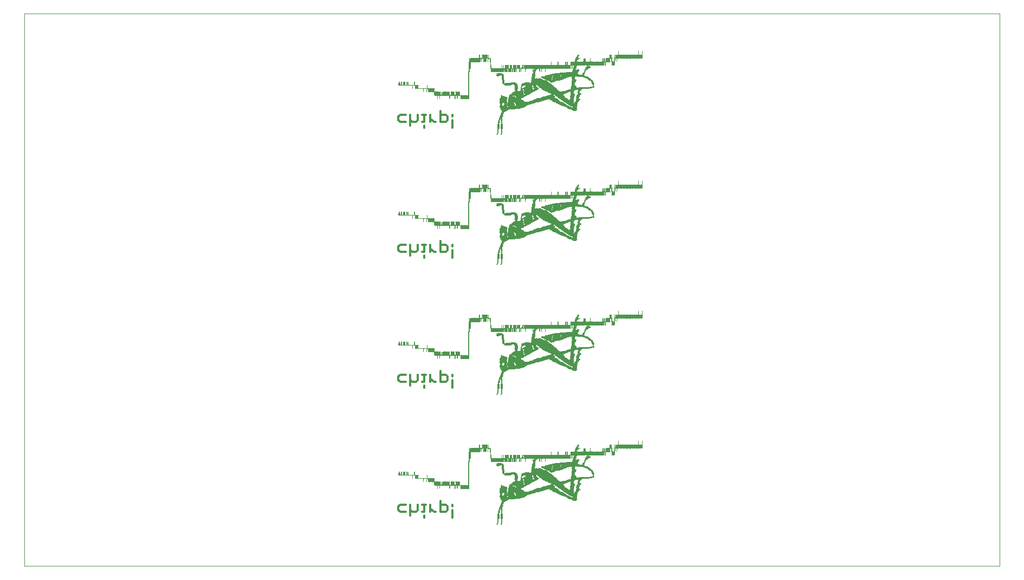
<source format=gbo>
G75*
G70*
%OFA0B0*%
%FSLAX24Y24*%
%IPPOS*%
%LPD*%
%AMOC8*
5,1,8,0,0,1.08239X$1,22.5*
%
%ADD10C,0.0120*%
%ADD11R,0.0029X0.0029*%
%ADD12R,0.0145X0.0029*%
%ADD13R,0.0116X0.0029*%
%ADD14R,0.0058X0.0029*%
%ADD15R,0.0087X0.0029*%
%ADD16R,0.0812X0.0029*%
%ADD17R,0.0725X0.0029*%
%ADD18R,0.0348X0.0029*%
%ADD19R,0.1566X0.0029*%
%ADD20R,0.1653X0.0029*%
%ADD21R,0.1711X0.0029*%
%ADD22R,0.1218X0.0029*%
%ADD23R,0.0203X0.0029*%
%ADD24R,0.0377X0.0029*%
%ADD25R,0.1740X0.0029*%
%ADD26R,0.0580X0.0029*%
%ADD27R,0.0174X0.0029*%
%ADD28R,0.0290X0.0029*%
%ADD29R,0.0087X0.0029*%
%ADD30R,0.0058X0.0029*%
%ADD31R,0.0261X0.0029*%
%ADD32R,0.0667X0.0029*%
%ADD33R,0.2436X0.0029*%
%ADD34R,0.0232X0.0029*%
%ADD35R,0.2059X0.0029*%
%ADD36R,0.0174X0.0029*%
%ADD37R,0.3770X0.0029*%
%ADD38R,0.1131X0.0029*%
%ADD39R,0.2871X0.0029*%
%ADD40R,0.0319X0.0029*%
%ADD41R,0.0261X0.0029*%
%ADD42R,0.4930X0.0029*%
%ADD43R,0.1015X0.0029*%
%ADD44R,0.0377X0.0029*%
%ADD45R,0.0406X0.0029*%
%ADD46R,0.0754X0.0029*%
%ADD47R,0.0986X0.0029*%
%ADD48R,0.1160X0.0029*%
%ADD49R,0.1392X0.0029*%
%ADD50R,0.1624X0.0029*%
%ADD51R,0.1798X0.0029*%
%ADD52R,0.0435X0.0029*%
%ADD53R,0.1421X0.0029*%
%ADD54R,0.0464X0.0029*%
%ADD55R,0.1450X0.0029*%
%ADD56R,0.0493X0.0029*%
%ADD57R,0.1479X0.0029*%
%ADD58R,0.0551X0.0029*%
%ADD59R,0.0899X0.0029*%
%ADD60R,0.0551X0.0029*%
%ADD61R,0.0464X0.0029*%
%ADD62R,0.0696X0.0029*%
%ADD63R,0.0638X0.0029*%
%ADD64R,0.0870X0.0029*%
%ADD65R,0.0841X0.0029*%
%ADD66R,0.0841X0.0029*%
%ADD67R,0.0928X0.0029*%
%ADD68R,0.0667X0.0029*%
%ADD69R,0.0957X0.0029*%
%ADD70R,0.1073X0.0029*%
%ADD71R,0.1131X0.0029*%
%ADD72R,0.1711X0.0029*%
%ADD73R,0.1856X0.0029*%
%ADD74R,0.1885X0.0029*%
%ADD75R,0.1247X0.0029*%
%ADD76R,0.0522X0.0029*%
%ADD77R,0.1305X0.0029*%
%ADD78R,0.1189X0.0029*%
%ADD79R,0.0928X0.0029*%
%ADD80R,0.0783X0.0029*%
%ADD81R,0.0609X0.0029*%
%ADD82R,0.1102X0.0029*%
%ADD83R,0.2117X0.0029*%
%ADD84R,0.1044X0.0029*%
%ADD85R,0.0754X0.0029*%
%ADD86R,0.1334X0.0029*%
%ADD87R,0.1044X0.0029*%
%ADD88R,0.0348X0.0029*%
%ADD89C,0.0000*%
D10*
X023110Y003550D02*
X023110Y003777D01*
X023223Y003890D01*
X023564Y003890D01*
X023847Y003890D02*
X023847Y003209D01*
X023960Y003436D02*
X024187Y003436D01*
X024300Y003550D01*
X024300Y003890D01*
X024583Y003890D02*
X024810Y003890D01*
X024697Y003890D02*
X024697Y003436D01*
X024583Y003436D01*
X024697Y003209D02*
X024697Y003096D01*
X025074Y003436D02*
X025074Y003890D01*
X025074Y003663D02*
X025301Y003436D01*
X025415Y003436D01*
X025688Y003436D02*
X026028Y003436D01*
X026142Y003550D01*
X026142Y003777D01*
X026028Y003890D01*
X025688Y003890D01*
X025688Y004117D02*
X025688Y003436D01*
X026425Y003550D02*
X026425Y003096D01*
X026425Y003777D02*
X026425Y003890D01*
X023960Y003436D02*
X023847Y003550D01*
X023564Y003436D02*
X023223Y003436D01*
X023110Y003550D01*
X023847Y011209D02*
X023847Y011890D01*
X023564Y011890D02*
X023223Y011890D01*
X023110Y011777D01*
X023110Y011550D01*
X023223Y011436D01*
X023564Y011436D01*
X023847Y011550D02*
X023960Y011436D01*
X024187Y011436D01*
X024300Y011550D01*
X024300Y011890D01*
X024583Y011890D02*
X024810Y011890D01*
X024697Y011890D02*
X024697Y011436D01*
X024583Y011436D01*
X024697Y011209D02*
X024697Y011096D01*
X025074Y011436D02*
X025074Y011890D01*
X025074Y011663D02*
X025301Y011436D01*
X025415Y011436D01*
X025688Y011436D02*
X026028Y011436D01*
X026142Y011550D01*
X026142Y011777D01*
X026028Y011890D01*
X025688Y011890D01*
X025688Y012117D02*
X025688Y011436D01*
X026425Y011550D02*
X026425Y011096D01*
X026425Y011777D02*
X026425Y011890D01*
X026425Y019096D02*
X026425Y019550D01*
X026425Y019777D02*
X026425Y019890D01*
X026142Y019777D02*
X026028Y019890D01*
X025688Y019890D01*
X025688Y020117D02*
X025688Y019436D01*
X026028Y019436D01*
X026142Y019550D01*
X026142Y019777D01*
X025415Y019436D02*
X025301Y019436D01*
X025074Y019663D01*
X025074Y019890D02*
X025074Y019436D01*
X024697Y019436D02*
X024697Y019890D01*
X024810Y019890D02*
X024583Y019890D01*
X024300Y019890D02*
X024300Y019550D01*
X024187Y019436D01*
X023960Y019436D01*
X023847Y019550D01*
X023564Y019436D02*
X023223Y019436D01*
X023110Y019550D01*
X023110Y019777D01*
X023223Y019890D01*
X023564Y019890D01*
X023847Y019890D02*
X023847Y019209D01*
X024583Y019436D02*
X024697Y019436D01*
X024697Y019209D02*
X024697Y019096D01*
X024697Y027096D02*
X024697Y027209D01*
X024697Y027436D02*
X024583Y027436D01*
X024697Y027436D02*
X024697Y027890D01*
X024810Y027890D02*
X024583Y027890D01*
X024300Y027890D02*
X024300Y027550D01*
X024187Y027436D01*
X023960Y027436D01*
X023847Y027550D01*
X023564Y027436D02*
X023223Y027436D01*
X023110Y027550D01*
X023110Y027777D01*
X023223Y027890D01*
X023564Y027890D01*
X023847Y027890D02*
X023847Y027209D01*
X025074Y027436D02*
X025074Y027890D01*
X025074Y027663D02*
X025301Y027436D01*
X025415Y027436D01*
X025688Y027436D02*
X026028Y027436D01*
X026142Y027550D01*
X026142Y027777D01*
X026028Y027890D01*
X025688Y027890D01*
X025688Y028117D02*
X025688Y027436D01*
X026425Y027550D02*
X026425Y027096D01*
X026425Y027777D02*
X026425Y027890D01*
D11*
X026581Y028839D03*
X026639Y028839D03*
X026581Y029100D03*
X026581Y029129D03*
X026581Y029158D03*
X026581Y029187D03*
X026581Y029216D03*
X026581Y029245D03*
X026871Y029274D03*
X027045Y029071D03*
X027219Y029071D03*
X025769Y029100D03*
X025769Y029129D03*
X025769Y029158D03*
X025769Y029187D03*
X025769Y029216D03*
X025769Y029245D03*
X025653Y029013D03*
X025653Y028984D03*
X025653Y028955D03*
X025653Y028926D03*
X025653Y028897D03*
X025653Y028868D03*
X025537Y028868D03*
X025537Y028839D03*
X025537Y028897D03*
X025537Y028926D03*
X025537Y028955D03*
X025537Y028984D03*
X025537Y029013D03*
X025247Y029245D03*
X025073Y029245D03*
X024870Y029274D03*
X024870Y029303D03*
X024870Y029332D03*
X024870Y029361D03*
X024870Y029390D03*
X024870Y029419D03*
X024899Y029506D03*
X024899Y029535D03*
X024899Y029564D03*
X024899Y029593D03*
X024899Y029622D03*
X024899Y029651D03*
X024899Y029680D03*
X024667Y029419D03*
X024667Y029390D03*
X024667Y029361D03*
X024667Y029332D03*
X024667Y029303D03*
X024667Y029274D03*
X024000Y029477D03*
X024000Y029506D03*
X024000Y029535D03*
X024000Y029564D03*
X024000Y029593D03*
X024000Y029622D03*
X024000Y029651D03*
X023739Y029796D03*
X023739Y029825D03*
X023739Y029854D03*
X023739Y029883D03*
X023681Y029883D03*
X023681Y029854D03*
X023681Y029825D03*
X023681Y029796D03*
X023623Y029796D03*
X023623Y029767D03*
X023623Y029738D03*
X023623Y029709D03*
X023623Y029825D03*
X023623Y029854D03*
X023623Y029883D03*
X027480Y031362D03*
X028089Y031391D03*
X028089Y031420D03*
X028089Y031449D03*
X028089Y031478D03*
X028089Y031507D03*
X028089Y031536D03*
X028147Y031536D03*
X028147Y031507D03*
X028147Y031478D03*
X028147Y031449D03*
X028147Y031420D03*
X028147Y031391D03*
X028176Y031304D03*
X028176Y031275D03*
X028176Y031246D03*
X028176Y031217D03*
X028176Y031188D03*
X028176Y031159D03*
X028234Y031159D03*
X028234Y031188D03*
X028234Y031217D03*
X028234Y031246D03*
X028234Y031275D03*
X028234Y031304D03*
X028350Y031130D03*
X028495Y031130D03*
X028640Y031159D03*
X028640Y031188D03*
X028640Y031217D03*
X028640Y031246D03*
X028640Y031275D03*
X028640Y031304D03*
X028669Y031391D03*
X028669Y031420D03*
X028669Y031449D03*
X028669Y031478D03*
X028669Y031507D03*
X028669Y031536D03*
X028669Y031565D03*
X028263Y031565D03*
X028147Y031565D03*
X028785Y031101D03*
X028785Y031072D03*
X028785Y031043D03*
X028785Y031014D03*
X028785Y030985D03*
X028785Y030956D03*
X029510Y030927D03*
X029510Y030898D03*
X029510Y030869D03*
X029510Y030840D03*
X029510Y030811D03*
X029510Y030782D03*
X029510Y030753D03*
X029597Y030753D03*
X029597Y030782D03*
X029597Y030811D03*
X029597Y030840D03*
X029597Y030869D03*
X029597Y030898D03*
X029597Y030927D03*
X029684Y030927D03*
X029684Y030898D03*
X029684Y030869D03*
X029684Y030840D03*
X029684Y030811D03*
X029684Y030782D03*
X029684Y030753D03*
X030409Y030695D03*
X030409Y030666D03*
X030409Y030637D03*
X030409Y030608D03*
X030409Y030579D03*
X030409Y030550D03*
X030409Y030521D03*
X030554Y030521D03*
X030554Y030550D03*
X030554Y030579D03*
X030554Y030608D03*
X030554Y030637D03*
X030554Y030666D03*
X030554Y030695D03*
X030612Y030666D03*
X030612Y030637D03*
X030612Y030608D03*
X030612Y030579D03*
X030612Y030550D03*
X030612Y030521D03*
X030670Y030521D03*
X030670Y030550D03*
X030670Y030579D03*
X030670Y030608D03*
X030670Y030637D03*
X030670Y030666D03*
X030931Y030608D03*
X030931Y030579D03*
X030931Y030550D03*
X030931Y030521D03*
X031395Y030608D03*
X031395Y030637D03*
X031395Y030666D03*
X031395Y030695D03*
X031830Y030550D03*
X031830Y030521D03*
X031917Y030521D03*
X031917Y030550D03*
X031917Y030579D03*
X031917Y030608D03*
X031917Y030637D03*
X031917Y030666D03*
X032178Y030666D03*
X032178Y030637D03*
X032178Y030608D03*
X032178Y030579D03*
X032178Y030550D03*
X032178Y030521D03*
X032178Y030695D03*
X032526Y030956D03*
X032526Y030985D03*
X032526Y031014D03*
X032526Y031043D03*
X032526Y031072D03*
X032526Y031101D03*
X032526Y031130D03*
X032932Y031130D03*
X033773Y030898D03*
X033773Y030869D03*
X033773Y030840D03*
X033773Y030811D03*
X033773Y030782D03*
X033773Y030753D03*
X033773Y030724D03*
X033831Y030724D03*
X033831Y030753D03*
X033831Y030782D03*
X033831Y030811D03*
X033831Y030840D03*
X033831Y030869D03*
X033831Y030898D03*
X034150Y031159D03*
X034875Y031159D03*
X034933Y031188D03*
X034933Y031217D03*
X034933Y031246D03*
X034933Y031275D03*
X034933Y031304D03*
X034933Y031333D03*
X034933Y031362D03*
X035049Y031159D03*
X035397Y031159D03*
X035774Y031362D03*
X036238Y030927D03*
X036557Y031159D03*
X036557Y031188D03*
X036557Y031217D03*
X036557Y031246D03*
X036557Y031275D03*
X036557Y031304D03*
X036644Y031333D03*
X036818Y031333D03*
X036992Y031333D03*
X036673Y031594D03*
X036673Y031623D03*
X036673Y031652D03*
X036673Y031681D03*
X036673Y031710D03*
X036673Y031739D03*
X036673Y031768D03*
X036499Y031565D03*
X036441Y031565D03*
X036441Y031536D03*
X036441Y031507D03*
X036441Y031478D03*
X036441Y031449D03*
X036441Y031420D03*
X037543Y031333D03*
X037717Y031333D03*
X037891Y031333D03*
X037891Y031594D03*
X037891Y031623D03*
X037891Y031652D03*
X037891Y031681D03*
X037891Y031710D03*
X037891Y031739D03*
X037891Y031768D03*
X038123Y031768D03*
X038123Y031739D03*
X038123Y031710D03*
X038123Y031681D03*
X038123Y031652D03*
X038123Y031623D03*
X038123Y031594D03*
X034092Y030231D03*
X031627Y030115D03*
X030496Y029332D03*
X029481Y029071D03*
X036673Y023768D03*
X036673Y023739D03*
X036673Y023710D03*
X036673Y023681D03*
X036673Y023652D03*
X036673Y023623D03*
X036673Y023594D03*
X036499Y023565D03*
X036441Y023565D03*
X036441Y023536D03*
X036441Y023507D03*
X036441Y023478D03*
X036441Y023449D03*
X036441Y023420D03*
X036557Y023304D03*
X036557Y023275D03*
X036557Y023246D03*
X036557Y023217D03*
X036557Y023188D03*
X036557Y023159D03*
X036644Y023333D03*
X036818Y023333D03*
X036992Y023333D03*
X037543Y023333D03*
X037717Y023333D03*
X037891Y023333D03*
X037891Y023594D03*
X037891Y023623D03*
X037891Y023652D03*
X037891Y023681D03*
X037891Y023710D03*
X037891Y023739D03*
X037891Y023768D03*
X038123Y023768D03*
X038123Y023739D03*
X038123Y023710D03*
X038123Y023681D03*
X038123Y023652D03*
X038123Y023623D03*
X038123Y023594D03*
X036238Y022927D03*
X035774Y023362D03*
X035397Y023159D03*
X035049Y023159D03*
X034933Y023188D03*
X034933Y023217D03*
X034933Y023246D03*
X034933Y023275D03*
X034933Y023304D03*
X034933Y023333D03*
X034933Y023362D03*
X034875Y023159D03*
X034150Y023159D03*
X033831Y022898D03*
X033831Y022869D03*
X033831Y022840D03*
X033831Y022811D03*
X033831Y022782D03*
X033831Y022753D03*
X033831Y022724D03*
X033773Y022724D03*
X033773Y022753D03*
X033773Y022782D03*
X033773Y022811D03*
X033773Y022840D03*
X033773Y022869D03*
X033773Y022898D03*
X034092Y022231D03*
X032932Y023130D03*
X032526Y023130D03*
X032526Y023101D03*
X032526Y023072D03*
X032526Y023043D03*
X032526Y023014D03*
X032526Y022985D03*
X032526Y022956D03*
X032178Y022695D03*
X032178Y022666D03*
X032178Y022637D03*
X032178Y022608D03*
X032178Y022579D03*
X032178Y022550D03*
X032178Y022521D03*
X031917Y022521D03*
X031917Y022550D03*
X031917Y022579D03*
X031917Y022608D03*
X031917Y022637D03*
X031917Y022666D03*
X031830Y022550D03*
X031830Y022521D03*
X031395Y022608D03*
X031395Y022637D03*
X031395Y022666D03*
X031395Y022695D03*
X030931Y022608D03*
X030931Y022579D03*
X030931Y022550D03*
X030931Y022521D03*
X030670Y022521D03*
X030670Y022550D03*
X030670Y022579D03*
X030670Y022608D03*
X030670Y022637D03*
X030670Y022666D03*
X030612Y022666D03*
X030612Y022637D03*
X030612Y022608D03*
X030612Y022579D03*
X030612Y022550D03*
X030612Y022521D03*
X030554Y022521D03*
X030554Y022550D03*
X030554Y022579D03*
X030554Y022608D03*
X030554Y022637D03*
X030554Y022666D03*
X030554Y022695D03*
X030409Y022695D03*
X030409Y022666D03*
X030409Y022637D03*
X030409Y022608D03*
X030409Y022579D03*
X030409Y022550D03*
X030409Y022521D03*
X029684Y022753D03*
X029684Y022782D03*
X029684Y022811D03*
X029684Y022840D03*
X029684Y022869D03*
X029684Y022898D03*
X029684Y022927D03*
X029597Y022927D03*
X029597Y022898D03*
X029597Y022869D03*
X029597Y022840D03*
X029597Y022811D03*
X029597Y022782D03*
X029597Y022753D03*
X029510Y022753D03*
X029510Y022782D03*
X029510Y022811D03*
X029510Y022840D03*
X029510Y022869D03*
X029510Y022898D03*
X029510Y022927D03*
X028785Y022956D03*
X028785Y022985D03*
X028785Y023014D03*
X028785Y023043D03*
X028785Y023072D03*
X028785Y023101D03*
X028640Y023159D03*
X028640Y023188D03*
X028640Y023217D03*
X028640Y023246D03*
X028640Y023275D03*
X028640Y023304D03*
X028669Y023391D03*
X028669Y023420D03*
X028669Y023449D03*
X028669Y023478D03*
X028669Y023507D03*
X028669Y023536D03*
X028669Y023565D03*
X028263Y023565D03*
X028147Y023565D03*
X028147Y023536D03*
X028147Y023507D03*
X028147Y023478D03*
X028147Y023449D03*
X028147Y023420D03*
X028147Y023391D03*
X028089Y023391D03*
X028089Y023420D03*
X028089Y023449D03*
X028089Y023478D03*
X028089Y023507D03*
X028089Y023536D03*
X028176Y023304D03*
X028176Y023275D03*
X028176Y023246D03*
X028176Y023217D03*
X028176Y023188D03*
X028176Y023159D03*
X028234Y023159D03*
X028234Y023188D03*
X028234Y023217D03*
X028234Y023246D03*
X028234Y023275D03*
X028234Y023304D03*
X028350Y023130D03*
X028495Y023130D03*
X027480Y023362D03*
X024899Y021680D03*
X024899Y021651D03*
X024899Y021622D03*
X024899Y021593D03*
X024899Y021564D03*
X024899Y021535D03*
X024899Y021506D03*
X024870Y021419D03*
X024870Y021390D03*
X024870Y021361D03*
X024870Y021332D03*
X024870Y021303D03*
X024870Y021274D03*
X024667Y021274D03*
X024667Y021303D03*
X024667Y021332D03*
X024667Y021361D03*
X024667Y021390D03*
X024667Y021419D03*
X025073Y021245D03*
X025247Y021245D03*
X025537Y021013D03*
X025537Y020984D03*
X025537Y020955D03*
X025537Y020926D03*
X025537Y020897D03*
X025537Y020868D03*
X025537Y020839D03*
X025653Y020868D03*
X025653Y020897D03*
X025653Y020926D03*
X025653Y020955D03*
X025653Y020984D03*
X025653Y021013D03*
X025769Y021100D03*
X025769Y021129D03*
X025769Y021158D03*
X025769Y021187D03*
X025769Y021216D03*
X025769Y021245D03*
X026581Y021245D03*
X026581Y021216D03*
X026581Y021187D03*
X026581Y021158D03*
X026581Y021129D03*
X026581Y021100D03*
X026581Y020839D03*
X026639Y020839D03*
X027045Y021071D03*
X027219Y021071D03*
X026871Y021274D03*
X029481Y021071D03*
X030496Y021332D03*
X031627Y022115D03*
X024000Y021651D03*
X024000Y021622D03*
X024000Y021593D03*
X024000Y021564D03*
X024000Y021535D03*
X024000Y021506D03*
X024000Y021477D03*
X023739Y021796D03*
X023739Y021825D03*
X023739Y021854D03*
X023739Y021883D03*
X023681Y021883D03*
X023681Y021854D03*
X023681Y021825D03*
X023681Y021796D03*
X023623Y021796D03*
X023623Y021767D03*
X023623Y021738D03*
X023623Y021709D03*
X023623Y021825D03*
X023623Y021854D03*
X023623Y021883D03*
X028089Y015536D03*
X028089Y015507D03*
X028089Y015478D03*
X028089Y015449D03*
X028089Y015420D03*
X028089Y015391D03*
X028147Y015391D03*
X028147Y015420D03*
X028147Y015449D03*
X028147Y015478D03*
X028147Y015507D03*
X028147Y015536D03*
X028147Y015565D03*
X028263Y015565D03*
X028234Y015304D03*
X028234Y015275D03*
X028234Y015246D03*
X028234Y015217D03*
X028234Y015188D03*
X028234Y015159D03*
X028176Y015159D03*
X028176Y015188D03*
X028176Y015217D03*
X028176Y015246D03*
X028176Y015275D03*
X028176Y015304D03*
X028350Y015130D03*
X028495Y015130D03*
X028640Y015159D03*
X028640Y015188D03*
X028640Y015217D03*
X028640Y015246D03*
X028640Y015275D03*
X028640Y015304D03*
X028669Y015391D03*
X028669Y015420D03*
X028669Y015449D03*
X028669Y015478D03*
X028669Y015507D03*
X028669Y015536D03*
X028669Y015565D03*
X028785Y015101D03*
X028785Y015072D03*
X028785Y015043D03*
X028785Y015014D03*
X028785Y014985D03*
X028785Y014956D03*
X029510Y014927D03*
X029510Y014898D03*
X029510Y014869D03*
X029510Y014840D03*
X029510Y014811D03*
X029510Y014782D03*
X029510Y014753D03*
X029597Y014753D03*
X029597Y014782D03*
X029597Y014811D03*
X029597Y014840D03*
X029597Y014869D03*
X029597Y014898D03*
X029597Y014927D03*
X029684Y014927D03*
X029684Y014898D03*
X029684Y014869D03*
X029684Y014840D03*
X029684Y014811D03*
X029684Y014782D03*
X029684Y014753D03*
X030409Y014695D03*
X030409Y014666D03*
X030409Y014637D03*
X030409Y014608D03*
X030409Y014579D03*
X030409Y014550D03*
X030409Y014521D03*
X030554Y014521D03*
X030554Y014550D03*
X030554Y014579D03*
X030554Y014608D03*
X030554Y014637D03*
X030554Y014666D03*
X030554Y014695D03*
X030612Y014666D03*
X030612Y014637D03*
X030612Y014608D03*
X030612Y014579D03*
X030612Y014550D03*
X030612Y014521D03*
X030670Y014521D03*
X030670Y014550D03*
X030670Y014579D03*
X030670Y014608D03*
X030670Y014637D03*
X030670Y014666D03*
X030931Y014608D03*
X030931Y014579D03*
X030931Y014550D03*
X030931Y014521D03*
X031395Y014608D03*
X031395Y014637D03*
X031395Y014666D03*
X031395Y014695D03*
X031830Y014550D03*
X031830Y014521D03*
X031917Y014521D03*
X031917Y014550D03*
X031917Y014579D03*
X031917Y014608D03*
X031917Y014637D03*
X031917Y014666D03*
X032178Y014666D03*
X032178Y014637D03*
X032178Y014608D03*
X032178Y014579D03*
X032178Y014550D03*
X032178Y014521D03*
X032178Y014695D03*
X032526Y014956D03*
X032526Y014985D03*
X032526Y015014D03*
X032526Y015043D03*
X032526Y015072D03*
X032526Y015101D03*
X032526Y015130D03*
X032932Y015130D03*
X033773Y014898D03*
X033773Y014869D03*
X033773Y014840D03*
X033773Y014811D03*
X033773Y014782D03*
X033773Y014753D03*
X033773Y014724D03*
X033831Y014724D03*
X033831Y014753D03*
X033831Y014782D03*
X033831Y014811D03*
X033831Y014840D03*
X033831Y014869D03*
X033831Y014898D03*
X034150Y015159D03*
X034875Y015159D03*
X034933Y015188D03*
X034933Y015217D03*
X034933Y015246D03*
X034933Y015275D03*
X034933Y015304D03*
X034933Y015333D03*
X034933Y015362D03*
X035049Y015159D03*
X035397Y015159D03*
X035774Y015362D03*
X036238Y014927D03*
X036557Y015159D03*
X036557Y015188D03*
X036557Y015217D03*
X036557Y015246D03*
X036557Y015275D03*
X036557Y015304D03*
X036644Y015333D03*
X036818Y015333D03*
X036992Y015333D03*
X036673Y015594D03*
X036673Y015623D03*
X036673Y015652D03*
X036673Y015681D03*
X036673Y015710D03*
X036673Y015739D03*
X036673Y015768D03*
X036499Y015565D03*
X036441Y015565D03*
X036441Y015536D03*
X036441Y015507D03*
X036441Y015478D03*
X036441Y015449D03*
X036441Y015420D03*
X037543Y015333D03*
X037717Y015333D03*
X037891Y015333D03*
X037891Y015594D03*
X037891Y015623D03*
X037891Y015652D03*
X037891Y015681D03*
X037891Y015710D03*
X037891Y015739D03*
X037891Y015768D03*
X038123Y015768D03*
X038123Y015739D03*
X038123Y015710D03*
X038123Y015681D03*
X038123Y015652D03*
X038123Y015623D03*
X038123Y015594D03*
X034092Y014231D03*
X031627Y014115D03*
X030496Y013332D03*
X029481Y013071D03*
X027219Y013071D03*
X027045Y013071D03*
X026871Y013274D03*
X026581Y013245D03*
X026581Y013216D03*
X026581Y013187D03*
X026581Y013158D03*
X026581Y013129D03*
X026581Y013100D03*
X026581Y012839D03*
X026639Y012839D03*
X025769Y013100D03*
X025769Y013129D03*
X025769Y013158D03*
X025769Y013187D03*
X025769Y013216D03*
X025769Y013245D03*
X025653Y013013D03*
X025653Y012984D03*
X025653Y012955D03*
X025653Y012926D03*
X025653Y012897D03*
X025653Y012868D03*
X025537Y012868D03*
X025537Y012839D03*
X025537Y012897D03*
X025537Y012926D03*
X025537Y012955D03*
X025537Y012984D03*
X025537Y013013D03*
X025247Y013245D03*
X025073Y013245D03*
X024870Y013274D03*
X024870Y013303D03*
X024870Y013332D03*
X024870Y013361D03*
X024870Y013390D03*
X024870Y013419D03*
X024899Y013506D03*
X024899Y013535D03*
X024899Y013564D03*
X024899Y013593D03*
X024899Y013622D03*
X024899Y013651D03*
X024899Y013680D03*
X024667Y013419D03*
X024667Y013390D03*
X024667Y013361D03*
X024667Y013332D03*
X024667Y013303D03*
X024667Y013274D03*
X024000Y013477D03*
X024000Y013506D03*
X024000Y013535D03*
X024000Y013564D03*
X024000Y013593D03*
X024000Y013622D03*
X024000Y013651D03*
X023739Y013796D03*
X023739Y013825D03*
X023739Y013854D03*
X023739Y013883D03*
X023681Y013883D03*
X023681Y013854D03*
X023681Y013825D03*
X023681Y013796D03*
X023623Y013796D03*
X023623Y013767D03*
X023623Y013738D03*
X023623Y013709D03*
X023623Y013825D03*
X023623Y013854D03*
X023623Y013883D03*
X027480Y015362D03*
X028147Y007565D03*
X028147Y007536D03*
X028147Y007507D03*
X028147Y007478D03*
X028147Y007449D03*
X028147Y007420D03*
X028147Y007391D03*
X028089Y007391D03*
X028089Y007420D03*
X028089Y007449D03*
X028089Y007478D03*
X028089Y007507D03*
X028089Y007536D03*
X028263Y007565D03*
X028234Y007304D03*
X028234Y007275D03*
X028234Y007246D03*
X028234Y007217D03*
X028234Y007188D03*
X028234Y007159D03*
X028176Y007159D03*
X028176Y007188D03*
X028176Y007217D03*
X028176Y007246D03*
X028176Y007275D03*
X028176Y007304D03*
X028350Y007130D03*
X028495Y007130D03*
X028640Y007159D03*
X028640Y007188D03*
X028640Y007217D03*
X028640Y007246D03*
X028640Y007275D03*
X028640Y007304D03*
X028669Y007391D03*
X028669Y007420D03*
X028669Y007449D03*
X028669Y007478D03*
X028669Y007507D03*
X028669Y007536D03*
X028669Y007565D03*
X028785Y007101D03*
X028785Y007072D03*
X028785Y007043D03*
X028785Y007014D03*
X028785Y006985D03*
X028785Y006956D03*
X029510Y006927D03*
X029510Y006898D03*
X029510Y006869D03*
X029510Y006840D03*
X029510Y006811D03*
X029510Y006782D03*
X029510Y006753D03*
X029597Y006753D03*
X029597Y006782D03*
X029597Y006811D03*
X029597Y006840D03*
X029597Y006869D03*
X029597Y006898D03*
X029597Y006927D03*
X029684Y006927D03*
X029684Y006898D03*
X029684Y006869D03*
X029684Y006840D03*
X029684Y006811D03*
X029684Y006782D03*
X029684Y006753D03*
X030409Y006695D03*
X030409Y006666D03*
X030409Y006637D03*
X030409Y006608D03*
X030409Y006579D03*
X030409Y006550D03*
X030409Y006521D03*
X030554Y006521D03*
X030554Y006550D03*
X030554Y006579D03*
X030554Y006608D03*
X030554Y006637D03*
X030554Y006666D03*
X030554Y006695D03*
X030612Y006666D03*
X030612Y006637D03*
X030612Y006608D03*
X030612Y006579D03*
X030612Y006550D03*
X030612Y006521D03*
X030670Y006521D03*
X030670Y006550D03*
X030670Y006579D03*
X030670Y006608D03*
X030670Y006637D03*
X030670Y006666D03*
X030931Y006608D03*
X030931Y006579D03*
X030931Y006550D03*
X030931Y006521D03*
X031395Y006608D03*
X031395Y006637D03*
X031395Y006666D03*
X031395Y006695D03*
X031830Y006550D03*
X031830Y006521D03*
X031917Y006521D03*
X031917Y006550D03*
X031917Y006579D03*
X031917Y006608D03*
X031917Y006637D03*
X031917Y006666D03*
X032178Y006666D03*
X032178Y006637D03*
X032178Y006608D03*
X032178Y006579D03*
X032178Y006550D03*
X032178Y006521D03*
X032178Y006695D03*
X032526Y006956D03*
X032526Y006985D03*
X032526Y007014D03*
X032526Y007043D03*
X032526Y007072D03*
X032526Y007101D03*
X032526Y007130D03*
X032932Y007130D03*
X033773Y006898D03*
X033773Y006869D03*
X033773Y006840D03*
X033773Y006811D03*
X033773Y006782D03*
X033773Y006753D03*
X033773Y006724D03*
X033831Y006724D03*
X033831Y006753D03*
X033831Y006782D03*
X033831Y006811D03*
X033831Y006840D03*
X033831Y006869D03*
X033831Y006898D03*
X034150Y007159D03*
X034875Y007159D03*
X034933Y007188D03*
X034933Y007217D03*
X034933Y007246D03*
X034933Y007275D03*
X034933Y007304D03*
X034933Y007333D03*
X034933Y007362D03*
X035049Y007159D03*
X035397Y007159D03*
X035774Y007362D03*
X036238Y006927D03*
X036557Y007159D03*
X036557Y007188D03*
X036557Y007217D03*
X036557Y007246D03*
X036557Y007275D03*
X036557Y007304D03*
X036644Y007333D03*
X036818Y007333D03*
X036992Y007333D03*
X036673Y007594D03*
X036673Y007623D03*
X036673Y007652D03*
X036673Y007681D03*
X036673Y007710D03*
X036673Y007739D03*
X036673Y007768D03*
X036499Y007565D03*
X036441Y007565D03*
X036441Y007536D03*
X036441Y007507D03*
X036441Y007478D03*
X036441Y007449D03*
X036441Y007420D03*
X037543Y007333D03*
X037717Y007333D03*
X037891Y007333D03*
X037891Y007594D03*
X037891Y007623D03*
X037891Y007652D03*
X037891Y007681D03*
X037891Y007710D03*
X037891Y007739D03*
X037891Y007768D03*
X038123Y007768D03*
X038123Y007739D03*
X038123Y007710D03*
X038123Y007681D03*
X038123Y007652D03*
X038123Y007623D03*
X038123Y007594D03*
X034092Y006231D03*
X031627Y006115D03*
X030496Y005332D03*
X029481Y005071D03*
X027219Y005071D03*
X027045Y005071D03*
X026871Y005274D03*
X026581Y005245D03*
X026581Y005216D03*
X026581Y005187D03*
X026581Y005158D03*
X026581Y005129D03*
X026581Y005100D03*
X026581Y004839D03*
X026639Y004839D03*
X025769Y005100D03*
X025769Y005129D03*
X025769Y005158D03*
X025769Y005187D03*
X025769Y005216D03*
X025769Y005245D03*
X025653Y005013D03*
X025653Y004984D03*
X025653Y004955D03*
X025653Y004926D03*
X025653Y004897D03*
X025653Y004868D03*
X025537Y004868D03*
X025537Y004839D03*
X025537Y004897D03*
X025537Y004926D03*
X025537Y004955D03*
X025537Y004984D03*
X025537Y005013D03*
X025247Y005245D03*
X025073Y005245D03*
X024870Y005274D03*
X024870Y005303D03*
X024870Y005332D03*
X024870Y005361D03*
X024870Y005390D03*
X024870Y005419D03*
X024899Y005506D03*
X024899Y005535D03*
X024899Y005564D03*
X024899Y005593D03*
X024899Y005622D03*
X024899Y005651D03*
X024899Y005680D03*
X024667Y005419D03*
X024667Y005390D03*
X024667Y005361D03*
X024667Y005332D03*
X024667Y005303D03*
X024667Y005274D03*
X024000Y005477D03*
X024000Y005506D03*
X024000Y005535D03*
X024000Y005564D03*
X024000Y005593D03*
X024000Y005622D03*
X024000Y005651D03*
X023739Y005796D03*
X023739Y005825D03*
X023739Y005854D03*
X023739Y005883D03*
X023681Y005883D03*
X023681Y005854D03*
X023681Y005825D03*
X023681Y005796D03*
X023623Y005796D03*
X023623Y005767D03*
X023623Y005738D03*
X023623Y005709D03*
X023623Y005825D03*
X023623Y005854D03*
X023623Y005883D03*
X027480Y007362D03*
D12*
X028234Y007333D03*
X028379Y007565D03*
X029220Y006260D03*
X029539Y006057D03*
X030351Y005390D03*
X030351Y005361D03*
X030699Y005390D03*
X030699Y005419D03*
X030728Y005651D03*
X031453Y006405D03*
X031453Y006434D03*
X031453Y006463D03*
X031453Y006492D03*
X031453Y006521D03*
X031511Y006637D03*
X033947Y006666D03*
X033947Y006695D03*
X033976Y006811D03*
X034034Y007188D03*
X034556Y007188D03*
X034556Y007217D03*
X034556Y007246D03*
X034556Y007275D03*
X034556Y007304D03*
X034556Y007333D03*
X034991Y005941D03*
X035020Y005912D03*
X034237Y005361D03*
X034237Y005332D03*
X034208Y005274D03*
X034208Y005245D03*
X034208Y005216D03*
X034121Y004897D03*
X034121Y004868D03*
X032526Y005100D03*
X029713Y004520D03*
X029423Y004520D03*
X029423Y004491D03*
X029423Y004462D03*
X029423Y004549D03*
X029539Y004027D03*
X029539Y003998D03*
X029510Y003969D03*
X029510Y003940D03*
X029481Y003882D03*
X029481Y003853D03*
X029452Y003766D03*
X029423Y003708D03*
X023478Y005709D03*
X023478Y005738D03*
X023478Y005767D03*
X023478Y005796D03*
X023478Y005825D03*
X023478Y005854D03*
X023478Y005883D03*
X029423Y011708D03*
X029452Y011766D03*
X029481Y011853D03*
X029481Y011882D03*
X029510Y011940D03*
X029510Y011969D03*
X029539Y011998D03*
X029539Y012027D03*
X029423Y012462D03*
X029423Y012491D03*
X029423Y012520D03*
X029423Y012549D03*
X029713Y012520D03*
X030351Y013361D03*
X030351Y013390D03*
X030699Y013390D03*
X030699Y013419D03*
X030728Y013651D03*
X029539Y014057D03*
X029220Y014260D03*
X028234Y015333D03*
X028379Y015565D03*
X031453Y014521D03*
X031453Y014492D03*
X031453Y014463D03*
X031453Y014434D03*
X031453Y014405D03*
X031511Y014637D03*
X032526Y013100D03*
X034121Y012897D03*
X034121Y012868D03*
X034208Y013216D03*
X034208Y013245D03*
X034208Y013274D03*
X034237Y013332D03*
X034237Y013361D03*
X034991Y013941D03*
X035020Y013912D03*
X033947Y014666D03*
X033947Y014695D03*
X033976Y014811D03*
X034034Y015188D03*
X034556Y015188D03*
X034556Y015217D03*
X034556Y015246D03*
X034556Y015275D03*
X034556Y015304D03*
X034556Y015333D03*
X029423Y019708D03*
X029452Y019766D03*
X029481Y019853D03*
X029481Y019882D03*
X029510Y019940D03*
X029510Y019969D03*
X029539Y019998D03*
X029539Y020027D03*
X029423Y020462D03*
X029423Y020491D03*
X029423Y020520D03*
X029423Y020549D03*
X029713Y020520D03*
X030351Y021361D03*
X030351Y021390D03*
X030699Y021390D03*
X030699Y021419D03*
X030728Y021651D03*
X031453Y022405D03*
X031453Y022434D03*
X031453Y022463D03*
X031453Y022492D03*
X031453Y022521D03*
X031511Y022637D03*
X029539Y022057D03*
X029220Y022260D03*
X028234Y023333D03*
X028379Y023565D03*
X032526Y021100D03*
X034121Y020897D03*
X034121Y020868D03*
X034208Y021216D03*
X034208Y021245D03*
X034208Y021274D03*
X034237Y021332D03*
X034237Y021361D03*
X034991Y021941D03*
X035020Y021912D03*
X033947Y022666D03*
X033947Y022695D03*
X033976Y022811D03*
X034034Y023188D03*
X034556Y023188D03*
X034556Y023217D03*
X034556Y023246D03*
X034556Y023275D03*
X034556Y023304D03*
X034556Y023333D03*
X029423Y027708D03*
X029452Y027766D03*
X029481Y027853D03*
X029481Y027882D03*
X029510Y027940D03*
X029510Y027969D03*
X029539Y027998D03*
X029539Y028027D03*
X029423Y028462D03*
X029423Y028491D03*
X029423Y028520D03*
X029423Y028549D03*
X029713Y028520D03*
X030351Y029361D03*
X030351Y029390D03*
X030699Y029390D03*
X030699Y029419D03*
X030728Y029651D03*
X031453Y030405D03*
X031453Y030434D03*
X031453Y030463D03*
X031453Y030492D03*
X031453Y030521D03*
X031511Y030637D03*
X029539Y030057D03*
X029220Y030260D03*
X028234Y031333D03*
X028379Y031565D03*
X032526Y029100D03*
X034121Y028897D03*
X034121Y028868D03*
X034208Y029216D03*
X034208Y029245D03*
X034208Y029274D03*
X034237Y029332D03*
X034237Y029361D03*
X034991Y029941D03*
X035020Y029912D03*
X033947Y030666D03*
X033947Y030695D03*
X033976Y030811D03*
X034034Y031188D03*
X034556Y031188D03*
X034556Y031217D03*
X034556Y031246D03*
X034556Y031275D03*
X034556Y031304D03*
X034556Y031333D03*
X023478Y029883D03*
X023478Y029854D03*
X023478Y029825D03*
X023478Y029796D03*
X023478Y029767D03*
X023478Y029738D03*
X023478Y029709D03*
X023478Y021883D03*
X023478Y021854D03*
X023478Y021825D03*
X023478Y021796D03*
X023478Y021767D03*
X023478Y021738D03*
X023478Y021709D03*
X023478Y013883D03*
X023478Y013854D03*
X023478Y013825D03*
X023478Y013796D03*
X023478Y013767D03*
X023478Y013738D03*
X023478Y013709D03*
D13*
X023174Y013709D03*
X023174Y013738D03*
X023174Y013767D03*
X026683Y013274D03*
X027466Y014521D03*
X027494Y014724D03*
X027494Y014753D03*
X027494Y014782D03*
X027494Y014811D03*
X027494Y014840D03*
X027494Y014869D03*
X027494Y014898D03*
X027494Y014927D03*
X027494Y014956D03*
X027494Y014985D03*
X027494Y015014D03*
X027494Y015043D03*
X027494Y015072D03*
X027494Y015101D03*
X028539Y015565D03*
X030046Y014927D03*
X030046Y014898D03*
X030046Y014869D03*
X030046Y014840D03*
X030046Y014811D03*
X030046Y014782D03*
X030046Y014753D03*
X030279Y014695D03*
X030279Y014666D03*
X030279Y014637D03*
X030279Y014608D03*
X030279Y014579D03*
X030279Y014550D03*
X030279Y014521D03*
X030743Y014753D03*
X030743Y014782D03*
X031496Y014608D03*
X029524Y014289D03*
X029524Y014260D03*
X029524Y014231D03*
X029524Y014202D03*
X029524Y014173D03*
X029524Y014144D03*
X029524Y014115D03*
X029524Y014086D03*
X029554Y014028D03*
X029554Y013999D03*
X029554Y013970D03*
X029554Y013941D03*
X029554Y013912D03*
X029554Y013883D03*
X029583Y013854D03*
X029583Y013825D03*
X029321Y011563D03*
X029293Y011447D03*
X029293Y011418D03*
X029293Y011389D03*
X029264Y011273D03*
X029264Y011244D03*
X029264Y011215D03*
X029264Y011186D03*
X029264Y011157D03*
X029264Y011128D03*
X029264Y011099D03*
X029264Y011070D03*
X029264Y011041D03*
X029264Y011012D03*
X029466Y011012D03*
X029466Y011041D03*
X029466Y011070D03*
X029466Y011099D03*
X029466Y011128D03*
X029466Y011157D03*
X029466Y011186D03*
X029466Y011215D03*
X029466Y011244D03*
X029466Y011273D03*
X029466Y011534D03*
X034223Y013303D03*
X035093Y013738D03*
X035093Y013767D03*
X035064Y013796D03*
X035064Y013825D03*
X035064Y013854D03*
X035034Y013883D03*
X034484Y014347D03*
X034513Y014376D03*
X034513Y014405D03*
X034541Y014463D03*
X034599Y014579D03*
X034629Y014637D03*
X034658Y014666D03*
X034164Y014637D03*
X034019Y015159D03*
X034049Y015217D03*
X034106Y015391D03*
X034136Y015420D03*
X034136Y015449D03*
X034164Y015507D03*
X036166Y015507D03*
X036166Y015536D03*
X036166Y015478D03*
X036166Y015449D03*
X036166Y015420D03*
X036166Y015391D03*
X036253Y015159D03*
X036339Y014927D03*
X029466Y019012D03*
X029466Y019041D03*
X029466Y019070D03*
X029466Y019099D03*
X029466Y019128D03*
X029466Y019157D03*
X029466Y019186D03*
X029466Y019215D03*
X029466Y019244D03*
X029466Y019273D03*
X029264Y019273D03*
X029264Y019244D03*
X029264Y019215D03*
X029264Y019186D03*
X029264Y019157D03*
X029264Y019128D03*
X029264Y019099D03*
X029264Y019070D03*
X029264Y019041D03*
X029264Y019012D03*
X029293Y019389D03*
X029293Y019418D03*
X029293Y019447D03*
X029321Y019563D03*
X029466Y019534D03*
X026683Y021274D03*
X027466Y022521D03*
X027494Y022724D03*
X027494Y022753D03*
X027494Y022782D03*
X027494Y022811D03*
X027494Y022840D03*
X027494Y022869D03*
X027494Y022898D03*
X027494Y022927D03*
X027494Y022956D03*
X027494Y022985D03*
X027494Y023014D03*
X027494Y023043D03*
X027494Y023072D03*
X027494Y023101D03*
X028539Y023565D03*
X030046Y022927D03*
X030046Y022898D03*
X030046Y022869D03*
X030046Y022840D03*
X030046Y022811D03*
X030046Y022782D03*
X030046Y022753D03*
X030279Y022695D03*
X030279Y022666D03*
X030279Y022637D03*
X030279Y022608D03*
X030279Y022579D03*
X030279Y022550D03*
X030279Y022521D03*
X030743Y022753D03*
X030743Y022782D03*
X031496Y022608D03*
X029524Y022289D03*
X029524Y022260D03*
X029524Y022231D03*
X029524Y022202D03*
X029524Y022173D03*
X029524Y022144D03*
X029524Y022115D03*
X029524Y022086D03*
X029554Y022028D03*
X029554Y021999D03*
X029554Y021970D03*
X029554Y021941D03*
X029554Y021912D03*
X029554Y021883D03*
X029583Y021854D03*
X029583Y021825D03*
X034019Y023159D03*
X034049Y023217D03*
X034106Y023391D03*
X034136Y023420D03*
X034136Y023449D03*
X034164Y023507D03*
X034164Y022637D03*
X034541Y022463D03*
X034513Y022405D03*
X034513Y022376D03*
X034484Y022347D03*
X034599Y022579D03*
X034629Y022637D03*
X034658Y022666D03*
X035034Y021883D03*
X035064Y021854D03*
X035064Y021825D03*
X035064Y021796D03*
X035093Y021767D03*
X035093Y021738D03*
X034223Y021303D03*
X036339Y022927D03*
X036253Y023159D03*
X036166Y023391D03*
X036166Y023420D03*
X036166Y023449D03*
X036166Y023478D03*
X036166Y023507D03*
X036166Y023536D03*
X029466Y027012D03*
X029466Y027041D03*
X029466Y027070D03*
X029466Y027099D03*
X029466Y027128D03*
X029466Y027157D03*
X029466Y027186D03*
X029466Y027215D03*
X029466Y027244D03*
X029466Y027273D03*
X029264Y027273D03*
X029264Y027244D03*
X029264Y027215D03*
X029264Y027186D03*
X029264Y027157D03*
X029264Y027128D03*
X029264Y027099D03*
X029264Y027070D03*
X029264Y027041D03*
X029264Y027012D03*
X029293Y027389D03*
X029293Y027418D03*
X029293Y027447D03*
X029321Y027563D03*
X029466Y027534D03*
X026683Y029274D03*
X027466Y030521D03*
X027494Y030724D03*
X027494Y030753D03*
X027494Y030782D03*
X027494Y030811D03*
X027494Y030840D03*
X027494Y030869D03*
X027494Y030898D03*
X027494Y030927D03*
X027494Y030956D03*
X027494Y030985D03*
X027494Y031014D03*
X027494Y031043D03*
X027494Y031072D03*
X027494Y031101D03*
X028539Y031565D03*
X030046Y030927D03*
X030046Y030898D03*
X030046Y030869D03*
X030046Y030840D03*
X030046Y030811D03*
X030046Y030782D03*
X030046Y030753D03*
X030279Y030695D03*
X030279Y030666D03*
X030279Y030637D03*
X030279Y030608D03*
X030279Y030579D03*
X030279Y030550D03*
X030279Y030521D03*
X030743Y030753D03*
X030743Y030782D03*
X031496Y030608D03*
X029524Y030289D03*
X029524Y030260D03*
X029524Y030231D03*
X029524Y030202D03*
X029524Y030173D03*
X029524Y030144D03*
X029524Y030115D03*
X029524Y030086D03*
X029554Y030028D03*
X029554Y029999D03*
X029554Y029970D03*
X029554Y029941D03*
X029554Y029912D03*
X029554Y029883D03*
X029583Y029854D03*
X029583Y029825D03*
X034019Y031159D03*
X034049Y031217D03*
X034106Y031391D03*
X034136Y031420D03*
X034136Y031449D03*
X034164Y031507D03*
X034164Y030637D03*
X034541Y030463D03*
X034513Y030405D03*
X034513Y030376D03*
X034484Y030347D03*
X034599Y030579D03*
X034629Y030637D03*
X034658Y030666D03*
X035034Y029883D03*
X035064Y029854D03*
X035064Y029825D03*
X035064Y029796D03*
X035093Y029767D03*
X035093Y029738D03*
X034223Y029303D03*
X036339Y030927D03*
X036253Y031159D03*
X036166Y031391D03*
X036166Y031420D03*
X036166Y031449D03*
X036166Y031478D03*
X036166Y031507D03*
X036166Y031536D03*
X023174Y029767D03*
X023174Y029738D03*
X023174Y029709D03*
X023174Y021767D03*
X023174Y021738D03*
X023174Y021709D03*
X028539Y007565D03*
X027494Y007101D03*
X027494Y007072D03*
X027494Y007043D03*
X027494Y007014D03*
X027494Y006985D03*
X027494Y006956D03*
X027494Y006927D03*
X027494Y006898D03*
X027494Y006869D03*
X027494Y006840D03*
X027494Y006811D03*
X027494Y006782D03*
X027494Y006753D03*
X027494Y006724D03*
X027466Y006521D03*
X026683Y005274D03*
X029554Y005883D03*
X029554Y005912D03*
X029554Y005941D03*
X029554Y005970D03*
X029554Y005999D03*
X029554Y006028D03*
X029524Y006086D03*
X029524Y006115D03*
X029524Y006144D03*
X029524Y006173D03*
X029524Y006202D03*
X029524Y006231D03*
X029524Y006260D03*
X029524Y006289D03*
X029583Y005854D03*
X029583Y005825D03*
X030279Y006521D03*
X030279Y006550D03*
X030279Y006579D03*
X030279Y006608D03*
X030279Y006637D03*
X030279Y006666D03*
X030279Y006695D03*
X030046Y006753D03*
X030046Y006782D03*
X030046Y006811D03*
X030046Y006840D03*
X030046Y006869D03*
X030046Y006898D03*
X030046Y006927D03*
X030743Y006782D03*
X030743Y006753D03*
X031496Y006608D03*
X034019Y007159D03*
X034049Y007217D03*
X034106Y007391D03*
X034136Y007420D03*
X034136Y007449D03*
X034164Y007507D03*
X034164Y006637D03*
X034541Y006463D03*
X034513Y006405D03*
X034513Y006376D03*
X034484Y006347D03*
X034599Y006579D03*
X034629Y006637D03*
X034658Y006666D03*
X035034Y005883D03*
X035064Y005854D03*
X035064Y005825D03*
X035064Y005796D03*
X035093Y005767D03*
X035093Y005738D03*
X034223Y005303D03*
X036339Y006927D03*
X036253Y007159D03*
X036166Y007391D03*
X036166Y007420D03*
X036166Y007449D03*
X036166Y007478D03*
X036166Y007507D03*
X036166Y007536D03*
X029466Y003534D03*
X029321Y003563D03*
X029293Y003447D03*
X029293Y003418D03*
X029293Y003389D03*
X029264Y003273D03*
X029264Y003244D03*
X029264Y003215D03*
X029264Y003186D03*
X029264Y003157D03*
X029264Y003128D03*
X029264Y003099D03*
X029264Y003070D03*
X029264Y003041D03*
X029264Y003012D03*
X029466Y003012D03*
X029466Y003041D03*
X029466Y003070D03*
X029466Y003099D03*
X029466Y003128D03*
X029466Y003157D03*
X029466Y003186D03*
X029466Y003215D03*
X029466Y003244D03*
X029466Y003273D03*
X023174Y005709D03*
X023174Y005738D03*
X023174Y005767D03*
D14*
X024681Y005448D03*
X024884Y005448D03*
X025667Y005274D03*
X026131Y005274D03*
X026219Y005274D03*
X026276Y005013D03*
X026276Y004984D03*
X026276Y004955D03*
X026276Y004926D03*
X026276Y004897D03*
X026276Y004868D03*
X026799Y005274D03*
X027436Y005274D03*
X027436Y005303D03*
X027436Y005332D03*
X027436Y005361D03*
X027436Y005390D03*
X027436Y005419D03*
X027436Y005448D03*
X027436Y005477D03*
X027436Y005506D03*
X027436Y005535D03*
X027436Y005564D03*
X027436Y005593D03*
X027436Y005622D03*
X027436Y005651D03*
X027436Y005680D03*
X027436Y005709D03*
X027436Y005738D03*
X027436Y005767D03*
X027436Y005796D03*
X027436Y005825D03*
X027436Y005854D03*
X027436Y005883D03*
X027436Y005912D03*
X027436Y005941D03*
X027436Y005970D03*
X027436Y005999D03*
X027436Y006028D03*
X027436Y006057D03*
X027436Y006086D03*
X027436Y006115D03*
X027436Y006144D03*
X027436Y006173D03*
X027436Y006202D03*
X027436Y006231D03*
X027436Y006260D03*
X027436Y006289D03*
X027436Y006318D03*
X027436Y006347D03*
X027436Y006376D03*
X027436Y006405D03*
X027436Y006434D03*
X027436Y006463D03*
X027436Y006492D03*
X028104Y007130D03*
X027494Y007304D03*
X027494Y007333D03*
X028799Y006927D03*
X028799Y006898D03*
X028799Y006869D03*
X028799Y006840D03*
X028799Y006811D03*
X028799Y006782D03*
X028799Y006753D03*
X030134Y006666D03*
X030134Y006637D03*
X030134Y006608D03*
X030134Y006579D03*
X030134Y006550D03*
X030134Y006521D03*
X030684Y005593D03*
X031931Y006695D03*
X032946Y006956D03*
X032946Y006985D03*
X032946Y007014D03*
X032946Y007043D03*
X032946Y007072D03*
X032946Y007101D03*
X034194Y006666D03*
X034251Y007362D03*
X034194Y007565D03*
X034947Y007159D03*
X036426Y007188D03*
X036426Y007217D03*
X036571Y007333D03*
X036514Y007536D03*
X037354Y007333D03*
X029437Y010635D03*
X029437Y010664D03*
X029437Y010693D03*
X029466Y010809D03*
X029466Y010867D03*
X029466Y010896D03*
X029466Y010925D03*
X029466Y010954D03*
X029234Y010809D03*
X029176Y010664D03*
X026276Y012868D03*
X026276Y012897D03*
X026276Y012926D03*
X026276Y012955D03*
X026276Y012984D03*
X026276Y013013D03*
X026219Y013274D03*
X026131Y013274D03*
X025667Y013274D03*
X024884Y013448D03*
X024681Y013448D03*
X026799Y013274D03*
X027436Y013274D03*
X027436Y013303D03*
X027436Y013332D03*
X027436Y013361D03*
X027436Y013390D03*
X027436Y013419D03*
X027436Y013448D03*
X027436Y013477D03*
X027436Y013506D03*
X027436Y013535D03*
X027436Y013564D03*
X027436Y013593D03*
X027436Y013622D03*
X027436Y013651D03*
X027436Y013680D03*
X027436Y013709D03*
X027436Y013738D03*
X027436Y013767D03*
X027436Y013796D03*
X027436Y013825D03*
X027436Y013854D03*
X027436Y013883D03*
X027436Y013912D03*
X027436Y013941D03*
X027436Y013970D03*
X027436Y013999D03*
X027436Y014028D03*
X027436Y014057D03*
X027436Y014086D03*
X027436Y014115D03*
X027436Y014144D03*
X027436Y014173D03*
X027436Y014202D03*
X027436Y014231D03*
X027436Y014260D03*
X027436Y014289D03*
X027436Y014318D03*
X027436Y014347D03*
X027436Y014376D03*
X027436Y014405D03*
X027436Y014434D03*
X027436Y014463D03*
X027436Y014492D03*
X027494Y015304D03*
X027494Y015333D03*
X028104Y015130D03*
X028799Y014927D03*
X028799Y014898D03*
X028799Y014869D03*
X028799Y014840D03*
X028799Y014811D03*
X028799Y014782D03*
X028799Y014753D03*
X030134Y014666D03*
X030134Y014637D03*
X030134Y014608D03*
X030134Y014579D03*
X030134Y014550D03*
X030134Y014521D03*
X030684Y013593D03*
X031931Y014695D03*
X032946Y014956D03*
X032946Y014985D03*
X032946Y015014D03*
X032946Y015043D03*
X032946Y015072D03*
X032946Y015101D03*
X034194Y014666D03*
X034251Y015362D03*
X034194Y015565D03*
X034947Y015159D03*
X036426Y015188D03*
X036426Y015217D03*
X036571Y015333D03*
X036514Y015536D03*
X037354Y015333D03*
X029437Y018635D03*
X029437Y018664D03*
X029437Y018693D03*
X029466Y018809D03*
X029466Y018867D03*
X029466Y018896D03*
X029466Y018925D03*
X029466Y018954D03*
X029234Y018809D03*
X029176Y018664D03*
X027436Y021100D03*
X027436Y021129D03*
X027436Y021158D03*
X027436Y021187D03*
X027436Y021216D03*
X027436Y021245D03*
X027436Y021274D03*
X027436Y021303D03*
X027436Y021332D03*
X027436Y021361D03*
X027436Y021390D03*
X027436Y021419D03*
X027436Y021448D03*
X027436Y021477D03*
X027436Y021506D03*
X027436Y021535D03*
X027436Y021564D03*
X027436Y021593D03*
X027436Y021622D03*
X027436Y021651D03*
X027436Y021680D03*
X027436Y021709D03*
X027436Y021738D03*
X027436Y021767D03*
X027436Y021796D03*
X027436Y021825D03*
X027436Y021854D03*
X027436Y021883D03*
X027436Y021912D03*
X027436Y021941D03*
X027436Y021970D03*
X027436Y021999D03*
X027436Y022028D03*
X027436Y022057D03*
X027436Y022086D03*
X027436Y022115D03*
X027436Y022144D03*
X027436Y022173D03*
X027436Y022202D03*
X027436Y022231D03*
X027436Y022260D03*
X027436Y022289D03*
X027436Y022318D03*
X027436Y022347D03*
X027436Y022376D03*
X027436Y022405D03*
X027436Y022434D03*
X027436Y022463D03*
X027436Y022492D03*
X028104Y023130D03*
X027494Y023304D03*
X027494Y023333D03*
X028799Y022927D03*
X028799Y022898D03*
X028799Y022869D03*
X028799Y022840D03*
X028799Y022811D03*
X028799Y022782D03*
X028799Y022753D03*
X030134Y022666D03*
X030134Y022637D03*
X030134Y022608D03*
X030134Y022579D03*
X030134Y022550D03*
X030134Y022521D03*
X030684Y021593D03*
X031931Y022695D03*
X032946Y022956D03*
X032946Y022985D03*
X032946Y023014D03*
X032946Y023043D03*
X032946Y023072D03*
X032946Y023101D03*
X034194Y022666D03*
X034251Y023362D03*
X034194Y023565D03*
X034947Y023159D03*
X036426Y023188D03*
X036426Y023217D03*
X036571Y023333D03*
X036514Y023536D03*
X037354Y023333D03*
X029437Y026635D03*
X029437Y026664D03*
X029437Y026693D03*
X029466Y026809D03*
X029466Y026867D03*
X029466Y026896D03*
X029466Y026925D03*
X029466Y026954D03*
X029234Y026809D03*
X029176Y026664D03*
X026276Y028868D03*
X026276Y028897D03*
X026276Y028926D03*
X026276Y028955D03*
X026276Y028984D03*
X026276Y029013D03*
X026219Y029274D03*
X026131Y029274D03*
X025667Y029274D03*
X024884Y029448D03*
X024681Y029448D03*
X026799Y029274D03*
X027436Y029274D03*
X027436Y029303D03*
X027436Y029332D03*
X027436Y029361D03*
X027436Y029390D03*
X027436Y029419D03*
X027436Y029448D03*
X027436Y029477D03*
X027436Y029506D03*
X027436Y029535D03*
X027436Y029564D03*
X027436Y029593D03*
X027436Y029622D03*
X027436Y029651D03*
X027436Y029680D03*
X027436Y029709D03*
X027436Y029738D03*
X027436Y029767D03*
X027436Y029796D03*
X027436Y029825D03*
X027436Y029854D03*
X027436Y029883D03*
X027436Y029912D03*
X027436Y029941D03*
X027436Y029970D03*
X027436Y029999D03*
X027436Y030028D03*
X027436Y030057D03*
X027436Y030086D03*
X027436Y030115D03*
X027436Y030144D03*
X027436Y030173D03*
X027436Y030202D03*
X027436Y030231D03*
X027436Y030260D03*
X027436Y030289D03*
X027436Y030318D03*
X027436Y030347D03*
X027436Y030376D03*
X027436Y030405D03*
X027436Y030434D03*
X027436Y030463D03*
X027436Y030492D03*
X027494Y031304D03*
X027494Y031333D03*
X028104Y031130D03*
X028799Y030927D03*
X028799Y030898D03*
X028799Y030869D03*
X028799Y030840D03*
X028799Y030811D03*
X028799Y030782D03*
X028799Y030753D03*
X030134Y030666D03*
X030134Y030637D03*
X030134Y030608D03*
X030134Y030579D03*
X030134Y030550D03*
X030134Y030521D03*
X030684Y029593D03*
X031931Y030695D03*
X032946Y030956D03*
X032946Y030985D03*
X032946Y031014D03*
X032946Y031043D03*
X032946Y031072D03*
X032946Y031101D03*
X034194Y030666D03*
X034251Y031362D03*
X034194Y031565D03*
X034947Y031159D03*
X036426Y031188D03*
X036426Y031217D03*
X036571Y031333D03*
X036514Y031536D03*
X037354Y031333D03*
X027436Y029245D03*
X027436Y029216D03*
X027436Y029187D03*
X027436Y029158D03*
X027436Y029129D03*
X027436Y029100D03*
X026799Y021274D03*
X026219Y021274D03*
X026131Y021274D03*
X026276Y021013D03*
X026276Y020984D03*
X026276Y020955D03*
X026276Y020926D03*
X026276Y020897D03*
X026276Y020868D03*
X025667Y021274D03*
X024884Y021448D03*
X024681Y021448D03*
X027436Y013245D03*
X027436Y013216D03*
X027436Y013187D03*
X027436Y013158D03*
X027436Y013129D03*
X027436Y013100D03*
X027436Y005245D03*
X027436Y005216D03*
X027436Y005187D03*
X027436Y005158D03*
X027436Y005129D03*
X027436Y005100D03*
X029234Y002809D03*
X029176Y002664D03*
X029437Y002664D03*
X029437Y002693D03*
X029437Y002635D03*
X029466Y002809D03*
X029466Y002867D03*
X029466Y002896D03*
X029466Y002925D03*
X029466Y002954D03*
D15*
X029452Y002983D03*
X029481Y002838D03*
X029452Y002780D03*
X029452Y002751D03*
X029452Y002722D03*
X029249Y002838D03*
X029249Y002867D03*
X029249Y002896D03*
X029249Y002925D03*
X029249Y002954D03*
X029249Y002983D03*
X029220Y002780D03*
X029220Y002751D03*
X029191Y002693D03*
X029162Y002635D03*
X029452Y003302D03*
X029452Y003331D03*
X029452Y003360D03*
X029452Y003389D03*
X029452Y003418D03*
X029452Y003447D03*
X029452Y003476D03*
X029452Y003505D03*
X029452Y003563D03*
X029452Y003592D03*
X029336Y003592D03*
X029307Y003534D03*
X029307Y003505D03*
X029307Y003476D03*
X029481Y005042D03*
X030670Y005506D03*
X030670Y005535D03*
X030670Y005564D03*
X030699Y005622D03*
X030641Y006695D03*
X030757Y006811D03*
X030757Y006840D03*
X030757Y006869D03*
X030757Y006898D03*
X030757Y006927D03*
X032526Y005854D03*
X033512Y006956D03*
X033512Y006985D03*
X033512Y007014D03*
X033512Y007043D03*
X033512Y007072D03*
X033512Y007101D03*
X033512Y007130D03*
X034150Y007478D03*
X034179Y007536D03*
X034759Y006898D03*
X034759Y006869D03*
X034614Y006608D03*
X034585Y006550D03*
X034556Y006521D03*
X034556Y006492D03*
X034527Y006434D03*
X035107Y005709D03*
X035107Y005680D03*
X035107Y005651D03*
X035107Y005622D03*
X035832Y006927D03*
X035832Y006956D03*
X035832Y006985D03*
X035832Y007014D03*
X035832Y007043D03*
X035832Y007072D03*
X035832Y007101D03*
X035687Y007188D03*
X035687Y007217D03*
X035687Y007246D03*
X035687Y007275D03*
X035687Y007304D03*
X035687Y007333D03*
X036180Y007565D03*
X036441Y007333D03*
X036441Y007304D03*
X036441Y007275D03*
X036441Y007246D03*
X036412Y007159D03*
X029452Y010722D03*
X029452Y010751D03*
X029452Y010780D03*
X029481Y010838D03*
X029452Y010983D03*
X029249Y010983D03*
X029249Y010954D03*
X029249Y010925D03*
X029249Y010896D03*
X029249Y010867D03*
X029249Y010838D03*
X029220Y010780D03*
X029220Y010751D03*
X029191Y010693D03*
X029162Y010635D03*
X029452Y011302D03*
X029452Y011331D03*
X029452Y011360D03*
X029452Y011389D03*
X029452Y011418D03*
X029452Y011447D03*
X029452Y011476D03*
X029452Y011505D03*
X029452Y011563D03*
X029452Y011592D03*
X029336Y011592D03*
X029307Y011534D03*
X029307Y011505D03*
X029307Y011476D03*
X026610Y012868D03*
X026610Y012897D03*
X026610Y012926D03*
X026610Y012955D03*
X026610Y012984D03*
X026610Y013013D03*
X027422Y013071D03*
X029481Y013042D03*
X030670Y013506D03*
X030670Y013535D03*
X030670Y013564D03*
X030699Y013622D03*
X030641Y014695D03*
X030757Y014811D03*
X030757Y014840D03*
X030757Y014869D03*
X030757Y014898D03*
X030757Y014927D03*
X032526Y013854D03*
X033512Y014956D03*
X033512Y014985D03*
X033512Y015014D03*
X033512Y015043D03*
X033512Y015072D03*
X033512Y015101D03*
X033512Y015130D03*
X034150Y015478D03*
X034179Y015536D03*
X034759Y014898D03*
X034759Y014869D03*
X034614Y014608D03*
X034585Y014550D03*
X034556Y014521D03*
X034556Y014492D03*
X034527Y014434D03*
X035107Y013709D03*
X035107Y013680D03*
X035107Y013651D03*
X035107Y013622D03*
X035832Y014927D03*
X035832Y014956D03*
X035832Y014985D03*
X035832Y015014D03*
X035832Y015043D03*
X035832Y015072D03*
X035832Y015101D03*
X035687Y015188D03*
X035687Y015217D03*
X035687Y015246D03*
X035687Y015275D03*
X035687Y015304D03*
X035687Y015333D03*
X036180Y015565D03*
X036441Y015333D03*
X036441Y015304D03*
X036441Y015275D03*
X036441Y015246D03*
X036412Y015159D03*
X029452Y018722D03*
X029452Y018751D03*
X029452Y018780D03*
X029481Y018838D03*
X029452Y018983D03*
X029249Y018983D03*
X029249Y018954D03*
X029249Y018925D03*
X029249Y018896D03*
X029249Y018867D03*
X029249Y018838D03*
X029220Y018780D03*
X029220Y018751D03*
X029191Y018693D03*
X029162Y018635D03*
X029452Y019302D03*
X029452Y019331D03*
X029452Y019360D03*
X029452Y019389D03*
X029452Y019418D03*
X029452Y019447D03*
X029452Y019476D03*
X029452Y019505D03*
X029452Y019563D03*
X029452Y019592D03*
X029336Y019592D03*
X029307Y019534D03*
X029307Y019505D03*
X029307Y019476D03*
X029481Y021042D03*
X030670Y021506D03*
X030670Y021535D03*
X030670Y021564D03*
X030699Y021622D03*
X030641Y022695D03*
X030757Y022811D03*
X030757Y022840D03*
X030757Y022869D03*
X030757Y022898D03*
X030757Y022927D03*
X028756Y023130D03*
X028756Y023159D03*
X028756Y023188D03*
X028756Y023217D03*
X028756Y023246D03*
X028756Y023275D03*
X028756Y023304D03*
X027480Y022695D03*
X027480Y022666D03*
X027480Y022637D03*
X027480Y022608D03*
X027480Y022579D03*
X027480Y022550D03*
X027422Y021071D03*
X026610Y021013D03*
X026610Y020984D03*
X026610Y020955D03*
X026610Y020926D03*
X026610Y020897D03*
X026610Y020868D03*
X024087Y021709D03*
X024087Y021738D03*
X024087Y021767D03*
X024087Y021796D03*
X024087Y021825D03*
X024087Y021854D03*
X024087Y021883D03*
X023710Y021767D03*
X023710Y021738D03*
X023710Y021709D03*
X023304Y021709D03*
X023304Y021738D03*
X023304Y021767D03*
X023304Y021796D03*
X023304Y021825D03*
X023304Y021854D03*
X023304Y021883D03*
X023159Y021883D03*
X023159Y021854D03*
X023159Y021825D03*
X023159Y021796D03*
X029162Y026635D03*
X029191Y026693D03*
X029220Y026751D03*
X029220Y026780D03*
X029249Y026838D03*
X029249Y026867D03*
X029249Y026896D03*
X029249Y026925D03*
X029249Y026954D03*
X029249Y026983D03*
X029452Y026983D03*
X029481Y026838D03*
X029452Y026780D03*
X029452Y026751D03*
X029452Y026722D03*
X029452Y027302D03*
X029452Y027331D03*
X029452Y027360D03*
X029452Y027389D03*
X029452Y027418D03*
X029452Y027447D03*
X029452Y027476D03*
X029452Y027505D03*
X029452Y027563D03*
X029452Y027592D03*
X029336Y027592D03*
X029307Y027534D03*
X029307Y027505D03*
X029307Y027476D03*
X029481Y029042D03*
X030670Y029506D03*
X030670Y029535D03*
X030670Y029564D03*
X030699Y029622D03*
X030641Y030695D03*
X030757Y030811D03*
X030757Y030840D03*
X030757Y030869D03*
X030757Y030898D03*
X030757Y030927D03*
X032526Y029854D03*
X033512Y030956D03*
X033512Y030985D03*
X033512Y031014D03*
X033512Y031043D03*
X033512Y031072D03*
X033512Y031101D03*
X033512Y031130D03*
X034150Y031478D03*
X034179Y031536D03*
X034759Y030898D03*
X034759Y030869D03*
X034614Y030608D03*
X034585Y030550D03*
X034556Y030521D03*
X034556Y030492D03*
X034527Y030434D03*
X035107Y029709D03*
X035107Y029680D03*
X035107Y029651D03*
X035107Y029622D03*
X035832Y030927D03*
X035832Y030956D03*
X035832Y030985D03*
X035832Y031014D03*
X035832Y031043D03*
X035832Y031072D03*
X035832Y031101D03*
X035687Y031188D03*
X035687Y031217D03*
X035687Y031246D03*
X035687Y031275D03*
X035687Y031304D03*
X035687Y031333D03*
X036180Y031565D03*
X036441Y031333D03*
X036441Y031304D03*
X036441Y031275D03*
X036441Y031246D03*
X036412Y031159D03*
X028756Y031159D03*
X028756Y031188D03*
X028756Y031217D03*
X028756Y031246D03*
X028756Y031275D03*
X028756Y031304D03*
X028756Y031130D03*
X027480Y030695D03*
X027480Y030666D03*
X027480Y030637D03*
X027480Y030608D03*
X027480Y030579D03*
X027480Y030550D03*
X027422Y029071D03*
X026610Y029013D03*
X026610Y028984D03*
X026610Y028955D03*
X026610Y028926D03*
X026610Y028897D03*
X026610Y028868D03*
X024087Y029709D03*
X024087Y029738D03*
X024087Y029767D03*
X024087Y029796D03*
X024087Y029825D03*
X024087Y029854D03*
X024087Y029883D03*
X023710Y029767D03*
X023710Y029738D03*
X023710Y029709D03*
X023304Y029709D03*
X023304Y029738D03*
X023304Y029767D03*
X023304Y029796D03*
X023304Y029825D03*
X023304Y029854D03*
X023304Y029883D03*
X023159Y029883D03*
X023159Y029854D03*
X023159Y029825D03*
X023159Y029796D03*
X034179Y023536D03*
X034150Y023478D03*
X033512Y023130D03*
X033512Y023101D03*
X033512Y023072D03*
X033512Y023043D03*
X033512Y023014D03*
X033512Y022985D03*
X033512Y022956D03*
X034556Y022521D03*
X034556Y022492D03*
X034527Y022434D03*
X034585Y022550D03*
X034614Y022608D03*
X034759Y022869D03*
X034759Y022898D03*
X035687Y023188D03*
X035687Y023217D03*
X035687Y023246D03*
X035687Y023275D03*
X035687Y023304D03*
X035687Y023333D03*
X035832Y023101D03*
X035832Y023072D03*
X035832Y023043D03*
X035832Y023014D03*
X035832Y022985D03*
X035832Y022956D03*
X035832Y022927D03*
X036412Y023159D03*
X036441Y023246D03*
X036441Y023275D03*
X036441Y023304D03*
X036441Y023333D03*
X036180Y023565D03*
X035107Y021709D03*
X035107Y021680D03*
X035107Y021651D03*
X035107Y021622D03*
X032526Y021854D03*
X028756Y015304D03*
X028756Y015275D03*
X028756Y015246D03*
X028756Y015217D03*
X028756Y015188D03*
X028756Y015159D03*
X028756Y015130D03*
X027480Y014695D03*
X027480Y014666D03*
X027480Y014637D03*
X027480Y014608D03*
X027480Y014579D03*
X027480Y014550D03*
X024087Y013883D03*
X024087Y013854D03*
X024087Y013825D03*
X024087Y013796D03*
X024087Y013767D03*
X024087Y013738D03*
X024087Y013709D03*
X023710Y013709D03*
X023710Y013738D03*
X023710Y013767D03*
X023304Y013767D03*
X023304Y013796D03*
X023304Y013825D03*
X023304Y013854D03*
X023304Y013883D03*
X023159Y013883D03*
X023159Y013854D03*
X023159Y013825D03*
X023159Y013796D03*
X023304Y013738D03*
X023304Y013709D03*
X028756Y007304D03*
X028756Y007275D03*
X028756Y007246D03*
X028756Y007217D03*
X028756Y007188D03*
X028756Y007159D03*
X028756Y007130D03*
X027480Y006695D03*
X027480Y006666D03*
X027480Y006637D03*
X027480Y006608D03*
X027480Y006579D03*
X027480Y006550D03*
X027422Y005071D03*
X026610Y005013D03*
X026610Y004984D03*
X026610Y004955D03*
X026610Y004926D03*
X026610Y004897D03*
X026610Y004868D03*
X024087Y005709D03*
X024087Y005738D03*
X024087Y005767D03*
X024087Y005796D03*
X024087Y005825D03*
X024087Y005854D03*
X024087Y005883D03*
X023710Y005767D03*
X023710Y005738D03*
X023710Y005709D03*
X023304Y005709D03*
X023304Y005738D03*
X023304Y005767D03*
X023304Y005796D03*
X023304Y005825D03*
X023304Y005854D03*
X023304Y005883D03*
X023159Y005883D03*
X023159Y005854D03*
X023159Y005825D03*
X023159Y005796D03*
D16*
X029206Y006521D03*
X029206Y006550D03*
X029206Y006579D03*
X029206Y006608D03*
X029206Y006637D03*
X030279Y004868D03*
X030742Y004491D03*
X032337Y004955D03*
X032686Y006318D03*
X036977Y007565D03*
X030742Y012491D03*
X030279Y012868D03*
X032337Y012955D03*
X032686Y014318D03*
X029206Y014521D03*
X029206Y014550D03*
X029206Y014579D03*
X029206Y014608D03*
X029206Y014637D03*
X036977Y015565D03*
X030742Y020491D03*
X030279Y020868D03*
X032337Y020955D03*
X032686Y022318D03*
X029206Y022521D03*
X029206Y022550D03*
X029206Y022579D03*
X029206Y022608D03*
X029206Y022637D03*
X036977Y023565D03*
X030742Y028491D03*
X030279Y028868D03*
X032337Y028955D03*
X032686Y030318D03*
X029206Y030521D03*
X029206Y030550D03*
X029206Y030579D03*
X029206Y030608D03*
X029206Y030637D03*
X036977Y031565D03*
D17*
X037775Y031565D03*
X033570Y029303D03*
X033541Y028752D03*
X032932Y030086D03*
X031192Y029361D03*
X030989Y029477D03*
X030438Y029187D03*
X031395Y028665D03*
X031511Y028694D03*
X037775Y023565D03*
X033570Y021303D03*
X033541Y020752D03*
X031511Y020694D03*
X031395Y020665D03*
X031192Y021361D03*
X030989Y021477D03*
X030438Y021187D03*
X032932Y022086D03*
X037775Y015565D03*
X033570Y013303D03*
X033541Y012752D03*
X031511Y012694D03*
X031395Y012665D03*
X031192Y013361D03*
X030989Y013477D03*
X030438Y013187D03*
X032932Y014086D03*
X037775Y007565D03*
X033570Y005303D03*
X033541Y004752D03*
X031511Y004694D03*
X031395Y004665D03*
X031192Y005361D03*
X030989Y005477D03*
X030438Y005187D03*
X032932Y006086D03*
D18*
X032569Y005912D03*
X032366Y006028D03*
X031032Y005158D03*
X030069Y004647D03*
X030017Y004636D03*
X030017Y004665D03*
X033381Y004433D03*
X033439Y004404D03*
X033469Y004375D03*
X033932Y004375D03*
X033932Y004172D03*
X028422Y007391D03*
X028422Y007420D03*
X028422Y007449D03*
X028422Y007478D03*
X028422Y007507D03*
X028422Y007536D03*
X033932Y012172D03*
X033932Y012375D03*
X033469Y012375D03*
X033439Y012404D03*
X033381Y012433D03*
X032569Y013912D03*
X032366Y014028D03*
X031032Y013158D03*
X030069Y012647D03*
X030017Y012636D03*
X030017Y012665D03*
X028422Y015391D03*
X028422Y015420D03*
X028422Y015449D03*
X028422Y015478D03*
X028422Y015507D03*
X028422Y015536D03*
X033932Y020172D03*
X033932Y020375D03*
X033469Y020375D03*
X033439Y020404D03*
X033381Y020433D03*
X031032Y021158D03*
X030069Y020647D03*
X030017Y020636D03*
X030017Y020665D03*
X032366Y022028D03*
X032569Y021912D03*
X028422Y023391D03*
X028422Y023420D03*
X028422Y023449D03*
X028422Y023478D03*
X028422Y023507D03*
X028422Y023536D03*
X033469Y028375D03*
X033439Y028404D03*
X033381Y028433D03*
X033932Y028375D03*
X033932Y028172D03*
X032569Y029912D03*
X032366Y030028D03*
X031032Y029158D03*
X030069Y028647D03*
X030017Y028636D03*
X030017Y028665D03*
X028422Y031391D03*
X028422Y031420D03*
X028422Y031449D03*
X028422Y031478D03*
X028422Y031507D03*
X028422Y031536D03*
D19*
X037354Y031536D03*
X037354Y023536D03*
X037354Y015536D03*
X037354Y007536D03*
D20*
X037311Y007507D03*
X037311Y007478D03*
X037311Y007449D03*
X037311Y007420D03*
X037311Y015420D03*
X037311Y015449D03*
X037311Y015478D03*
X037311Y015507D03*
X037311Y023420D03*
X037311Y023449D03*
X037311Y023478D03*
X037311Y023507D03*
X037311Y031420D03*
X037311Y031449D03*
X037311Y031478D03*
X037311Y031507D03*
D21*
X037282Y031391D03*
X037282Y023391D03*
X037282Y015391D03*
X037282Y007391D03*
D22*
X030887Y004578D03*
X029989Y004259D03*
X028161Y007362D03*
X029989Y012259D03*
X030887Y012578D03*
X028161Y015362D03*
X029989Y020259D03*
X030887Y020578D03*
X028161Y023362D03*
X029989Y028259D03*
X030887Y028578D03*
X028161Y031362D03*
D23*
X028437Y031333D03*
X030264Y030927D03*
X030264Y030898D03*
X030264Y030869D03*
X030264Y030840D03*
X030264Y030811D03*
X030264Y030782D03*
X030264Y030753D03*
X031424Y030318D03*
X031424Y030289D03*
X031424Y030260D03*
X031424Y030231D03*
X031424Y030202D03*
X031540Y030666D03*
X031511Y029622D03*
X030351Y029622D03*
X030351Y029651D03*
X030351Y029593D03*
X030351Y029564D03*
X030351Y029535D03*
X030351Y029506D03*
X030351Y029477D03*
X030351Y029448D03*
X030032Y029013D03*
X029568Y028056D03*
X026436Y029100D03*
X026436Y029129D03*
X026436Y029158D03*
X026436Y029187D03*
X026436Y029216D03*
X026436Y029245D03*
X033802Y029245D03*
X033802Y029216D03*
X034179Y029042D03*
X034179Y029013D03*
X034150Y028984D03*
X034150Y028839D03*
X034092Y028694D03*
X034063Y028665D03*
X034063Y028636D03*
X034034Y028578D03*
X034237Y029187D03*
X033860Y029680D03*
X033860Y029709D03*
X033860Y029738D03*
X033889Y030057D03*
X033889Y030173D03*
X033889Y030202D03*
X034875Y030057D03*
X034904Y030028D03*
X034933Y029999D03*
X036325Y030956D03*
X036325Y030985D03*
X036325Y031014D03*
X036325Y031043D03*
X036325Y031072D03*
X036325Y031101D03*
X035745Y031159D03*
X034556Y031159D03*
X034092Y031275D03*
X034092Y031362D03*
X034092Y023362D03*
X034092Y023275D03*
X034556Y023159D03*
X035745Y023159D03*
X036325Y023101D03*
X036325Y023072D03*
X036325Y023043D03*
X036325Y023014D03*
X036325Y022985D03*
X036325Y022956D03*
X034933Y021999D03*
X034904Y022028D03*
X034875Y022057D03*
X033889Y022057D03*
X033889Y022173D03*
X033889Y022202D03*
X033860Y021738D03*
X033860Y021709D03*
X033860Y021680D03*
X033802Y021245D03*
X033802Y021216D03*
X034179Y021042D03*
X034179Y021013D03*
X034150Y020984D03*
X034150Y020839D03*
X034092Y020694D03*
X034063Y020665D03*
X034063Y020636D03*
X034034Y020578D03*
X034237Y021187D03*
X031511Y021622D03*
X031424Y022202D03*
X031424Y022231D03*
X031424Y022260D03*
X031424Y022289D03*
X031424Y022318D03*
X031540Y022666D03*
X030264Y022753D03*
X030264Y022782D03*
X030264Y022811D03*
X030264Y022840D03*
X030264Y022869D03*
X030264Y022898D03*
X030264Y022927D03*
X028437Y023333D03*
X030351Y021651D03*
X030351Y021622D03*
X030351Y021593D03*
X030351Y021564D03*
X030351Y021535D03*
X030351Y021506D03*
X030351Y021477D03*
X030351Y021448D03*
X030032Y021013D03*
X029568Y020056D03*
X026436Y021100D03*
X026436Y021129D03*
X026436Y021158D03*
X026436Y021187D03*
X026436Y021216D03*
X026436Y021245D03*
X028437Y015333D03*
X030264Y014927D03*
X030264Y014898D03*
X030264Y014869D03*
X030264Y014840D03*
X030264Y014811D03*
X030264Y014782D03*
X030264Y014753D03*
X031424Y014318D03*
X031424Y014289D03*
X031424Y014260D03*
X031424Y014231D03*
X031424Y014202D03*
X031540Y014666D03*
X031511Y013622D03*
X030351Y013622D03*
X030351Y013651D03*
X030351Y013593D03*
X030351Y013564D03*
X030351Y013535D03*
X030351Y013506D03*
X030351Y013477D03*
X030351Y013448D03*
X030032Y013013D03*
X029568Y012056D03*
X026436Y013100D03*
X026436Y013129D03*
X026436Y013158D03*
X026436Y013187D03*
X026436Y013216D03*
X026436Y013245D03*
X033802Y013245D03*
X033802Y013216D03*
X034179Y013042D03*
X034179Y013013D03*
X034150Y012984D03*
X034150Y012839D03*
X034092Y012694D03*
X034063Y012665D03*
X034063Y012636D03*
X034034Y012578D03*
X034237Y013187D03*
X033860Y013680D03*
X033860Y013709D03*
X033860Y013738D03*
X033889Y014057D03*
X033889Y014173D03*
X033889Y014202D03*
X034875Y014057D03*
X034904Y014028D03*
X034933Y013999D03*
X036325Y014956D03*
X036325Y014985D03*
X036325Y015014D03*
X036325Y015043D03*
X036325Y015072D03*
X036325Y015101D03*
X035745Y015159D03*
X034556Y015159D03*
X034092Y015275D03*
X034092Y015362D03*
X034092Y007362D03*
X034092Y007275D03*
X034556Y007159D03*
X033889Y006202D03*
X033889Y006173D03*
X033889Y006057D03*
X033860Y005738D03*
X033860Y005709D03*
X033860Y005680D03*
X033802Y005245D03*
X033802Y005216D03*
X034179Y005042D03*
X034179Y005013D03*
X034150Y004984D03*
X034150Y004839D03*
X034092Y004694D03*
X034063Y004665D03*
X034063Y004636D03*
X034034Y004578D03*
X034237Y005187D03*
X034933Y005999D03*
X034904Y006028D03*
X034875Y006057D03*
X035745Y007159D03*
X036325Y007101D03*
X036325Y007072D03*
X036325Y007043D03*
X036325Y007014D03*
X036325Y006985D03*
X036325Y006956D03*
X031540Y006666D03*
X031424Y006318D03*
X031424Y006289D03*
X031424Y006260D03*
X031424Y006231D03*
X031424Y006202D03*
X031511Y005622D03*
X030351Y005622D03*
X030351Y005651D03*
X030351Y005593D03*
X030351Y005564D03*
X030351Y005535D03*
X030351Y005506D03*
X030351Y005477D03*
X030351Y005448D03*
X030032Y005013D03*
X029568Y004056D03*
X026436Y005100D03*
X026436Y005129D03*
X026436Y005158D03*
X026436Y005187D03*
X026436Y005216D03*
X026436Y005245D03*
X028437Y007333D03*
X030264Y006927D03*
X030264Y006898D03*
X030264Y006869D03*
X030264Y006840D03*
X030264Y006811D03*
X030264Y006782D03*
X030264Y006753D03*
D24*
X030003Y004607D03*
X033918Y004404D03*
X036093Y007362D03*
X033918Y012404D03*
X030003Y012607D03*
X025508Y013100D03*
X025508Y013129D03*
X025508Y013158D03*
X025508Y013187D03*
X025508Y013216D03*
X025508Y013245D03*
X036093Y015362D03*
X033918Y020404D03*
X030003Y020607D03*
X025508Y021100D03*
X025508Y021129D03*
X025508Y021158D03*
X025508Y021187D03*
X025508Y021216D03*
X025508Y021245D03*
X036093Y023362D03*
X033918Y028404D03*
X030003Y028607D03*
X025508Y029100D03*
X025508Y029129D03*
X025508Y029158D03*
X025508Y029187D03*
X025508Y029216D03*
X025508Y029245D03*
X036093Y031362D03*
X025508Y005245D03*
X025508Y005216D03*
X025508Y005187D03*
X025508Y005158D03*
X025508Y005129D03*
X025508Y005100D03*
D25*
X037268Y007362D03*
X037268Y015362D03*
X037268Y023362D03*
X037268Y031362D03*
D26*
X033381Y030202D03*
X032860Y030028D03*
X032251Y030115D03*
X031613Y030086D03*
X031061Y029506D03*
X031120Y029274D03*
X030685Y028433D03*
X029931Y028549D03*
X029670Y028230D03*
X032454Y029013D03*
X032946Y029100D03*
X033816Y028288D03*
X027843Y031304D03*
X027843Y031333D03*
X027756Y031130D03*
X027843Y023333D03*
X027843Y023304D03*
X027756Y023130D03*
X031061Y021506D03*
X031120Y021274D03*
X031613Y022086D03*
X032251Y022115D03*
X032860Y022028D03*
X033381Y022202D03*
X032946Y021100D03*
X032454Y021013D03*
X033816Y020288D03*
X030685Y020433D03*
X029931Y020549D03*
X029670Y020230D03*
X027843Y015333D03*
X027843Y015304D03*
X027756Y015130D03*
X031061Y013506D03*
X031120Y013274D03*
X030685Y012433D03*
X029931Y012549D03*
X029670Y012230D03*
X032454Y013013D03*
X032946Y013100D03*
X032860Y014028D03*
X033381Y014202D03*
X032251Y014115D03*
X031613Y014086D03*
X033816Y012288D03*
X027843Y007333D03*
X027843Y007304D03*
X027756Y007130D03*
X031061Y005506D03*
X031120Y005274D03*
X031613Y006086D03*
X032251Y006115D03*
X032860Y006028D03*
X033381Y006202D03*
X032946Y005100D03*
X032454Y005013D03*
X033816Y004288D03*
X030685Y004433D03*
X029931Y004549D03*
X029670Y004230D03*
D27*
X029699Y004491D03*
X029699Y004578D03*
X029438Y004578D03*
X029438Y004433D03*
X029496Y003911D03*
X029438Y003737D03*
X029409Y003679D03*
X029409Y003650D03*
X029496Y005013D03*
X030366Y005332D03*
X031439Y006347D03*
X031439Y006376D03*
X031468Y006550D03*
X031468Y006579D03*
X029728Y006579D03*
X029728Y006608D03*
X029728Y006637D03*
X029728Y006550D03*
X029728Y006521D03*
X028713Y007333D03*
X028423Y007304D03*
X028423Y007275D03*
X028423Y007246D03*
X028423Y007217D03*
X028423Y007188D03*
X028423Y007159D03*
X033933Y006637D03*
X033991Y006840D03*
X033991Y006869D03*
X033991Y006898D03*
X034078Y007246D03*
X034136Y004955D03*
X034136Y004926D03*
X034049Y004607D03*
X029409Y011650D03*
X029409Y011679D03*
X029438Y011737D03*
X029496Y011911D03*
X029438Y012433D03*
X029438Y012578D03*
X029699Y012578D03*
X029699Y012491D03*
X029496Y013013D03*
X030366Y013332D03*
X031439Y014347D03*
X031439Y014376D03*
X031468Y014550D03*
X031468Y014579D03*
X029728Y014579D03*
X029728Y014608D03*
X029728Y014637D03*
X029728Y014550D03*
X029728Y014521D03*
X028713Y015333D03*
X028423Y015304D03*
X028423Y015275D03*
X028423Y015246D03*
X028423Y015217D03*
X028423Y015188D03*
X028423Y015159D03*
X033933Y014637D03*
X033991Y014840D03*
X033991Y014869D03*
X033991Y014898D03*
X034078Y015246D03*
X034136Y012955D03*
X034136Y012926D03*
X034049Y012607D03*
X029409Y019650D03*
X029409Y019679D03*
X029438Y019737D03*
X029496Y019911D03*
X029438Y020433D03*
X029438Y020578D03*
X029699Y020578D03*
X029699Y020491D03*
X029496Y021013D03*
X030366Y021332D03*
X029728Y022521D03*
X029728Y022550D03*
X029728Y022579D03*
X029728Y022608D03*
X029728Y022637D03*
X028713Y023333D03*
X028423Y023304D03*
X028423Y023275D03*
X028423Y023246D03*
X028423Y023217D03*
X028423Y023188D03*
X028423Y023159D03*
X031468Y022579D03*
X031468Y022550D03*
X031439Y022376D03*
X031439Y022347D03*
X033933Y022637D03*
X033991Y022840D03*
X033991Y022869D03*
X033991Y022898D03*
X034078Y023246D03*
X034136Y020955D03*
X034136Y020926D03*
X034049Y020607D03*
X029409Y027650D03*
X029409Y027679D03*
X029438Y027737D03*
X029496Y027911D03*
X029438Y028433D03*
X029438Y028578D03*
X029699Y028578D03*
X029699Y028491D03*
X029496Y029013D03*
X030366Y029332D03*
X031439Y030347D03*
X031439Y030376D03*
X031468Y030550D03*
X031468Y030579D03*
X029728Y030579D03*
X029728Y030608D03*
X029728Y030637D03*
X029728Y030550D03*
X029728Y030521D03*
X028713Y031333D03*
X028423Y031304D03*
X028423Y031275D03*
X028423Y031246D03*
X028423Y031217D03*
X028423Y031188D03*
X028423Y031159D03*
X033933Y030637D03*
X033991Y030840D03*
X033991Y030869D03*
X033991Y030898D03*
X034078Y031246D03*
X034136Y028955D03*
X034136Y028926D03*
X034049Y028607D03*
D28*
X033961Y028346D03*
X033961Y028317D03*
X033846Y029100D03*
X033846Y029129D03*
X033846Y029158D03*
X033904Y029941D03*
X034803Y030811D03*
X034136Y031333D03*
X036021Y031333D03*
X031584Y029477D03*
X031584Y029448D03*
X031555Y029535D03*
X029554Y028984D03*
X029611Y028085D03*
X026770Y029100D03*
X026770Y029129D03*
X026770Y029158D03*
X026770Y029187D03*
X026770Y029216D03*
X026770Y029245D03*
X029321Y030405D03*
X034136Y023333D03*
X034803Y022811D03*
X033904Y021941D03*
X033846Y021158D03*
X033846Y021129D03*
X033846Y021100D03*
X033961Y020346D03*
X033961Y020317D03*
X031584Y021448D03*
X031584Y021477D03*
X031555Y021535D03*
X029554Y020984D03*
X029611Y020085D03*
X026770Y021100D03*
X026770Y021129D03*
X026770Y021158D03*
X026770Y021187D03*
X026770Y021216D03*
X026770Y021245D03*
X029321Y022405D03*
X036021Y023333D03*
X036021Y015333D03*
X034803Y014811D03*
X034136Y015333D03*
X033904Y013941D03*
X033846Y013158D03*
X033846Y013129D03*
X033846Y013100D03*
X033961Y012346D03*
X033961Y012317D03*
X031584Y013448D03*
X031584Y013477D03*
X031555Y013535D03*
X029554Y012984D03*
X029611Y012085D03*
X026770Y013100D03*
X026770Y013129D03*
X026770Y013158D03*
X026770Y013187D03*
X026770Y013216D03*
X026770Y013245D03*
X029321Y014405D03*
X034136Y007333D03*
X034803Y006811D03*
X033904Y005941D03*
X033846Y005158D03*
X033846Y005129D03*
X033846Y005100D03*
X033961Y004346D03*
X033961Y004317D03*
X031584Y005448D03*
X031584Y005477D03*
X031555Y005535D03*
X029554Y004984D03*
X029611Y004085D03*
X026770Y005100D03*
X026770Y005129D03*
X026770Y005158D03*
X026770Y005187D03*
X026770Y005216D03*
X026770Y005245D03*
X029321Y006405D03*
X036021Y007333D03*
D29*
X036238Y007333D03*
X036238Y007304D03*
X036238Y007275D03*
X036238Y007246D03*
X036238Y007217D03*
X036238Y007188D03*
X035803Y007188D03*
X035803Y007217D03*
X035803Y007246D03*
X035803Y007275D03*
X035803Y007304D03*
X035803Y007333D03*
X030148Y006695D03*
X029278Y003360D03*
X029278Y003331D03*
X029278Y003302D03*
X029278Y011302D03*
X029278Y011331D03*
X029278Y011360D03*
X030148Y014695D03*
X035803Y015188D03*
X035803Y015217D03*
X035803Y015246D03*
X035803Y015275D03*
X035803Y015304D03*
X035803Y015333D03*
X036238Y015333D03*
X036238Y015304D03*
X036238Y015275D03*
X036238Y015246D03*
X036238Y015217D03*
X036238Y015188D03*
X029278Y019302D03*
X029278Y019331D03*
X029278Y019360D03*
X030148Y022695D03*
X035803Y023188D03*
X035803Y023217D03*
X035803Y023246D03*
X035803Y023275D03*
X035803Y023304D03*
X035803Y023333D03*
X036238Y023333D03*
X036238Y023304D03*
X036238Y023275D03*
X036238Y023246D03*
X036238Y023217D03*
X036238Y023188D03*
X029278Y027302D03*
X029278Y027331D03*
X029278Y027360D03*
X030148Y030695D03*
X035803Y031188D03*
X035803Y031217D03*
X035803Y031246D03*
X035803Y031275D03*
X035803Y031304D03*
X035803Y031333D03*
X036238Y031333D03*
X036238Y031304D03*
X036238Y031275D03*
X036238Y031246D03*
X036238Y031217D03*
X036238Y031188D03*
D30*
X037181Y031333D03*
X033411Y031130D03*
X033411Y031101D03*
X033411Y031072D03*
X033411Y031043D03*
X033411Y031014D03*
X033411Y030985D03*
X033411Y030956D03*
X031816Y030695D03*
X031816Y030666D03*
X031816Y030637D03*
X031816Y030608D03*
X031816Y030579D03*
X031816Y030115D03*
X030946Y030637D03*
X030946Y030666D03*
X030946Y030695D03*
X026741Y029013D03*
X026741Y028984D03*
X026741Y028955D03*
X026741Y028926D03*
X026741Y028897D03*
X026741Y028868D03*
X029206Y026722D03*
X033411Y023130D03*
X033411Y023101D03*
X033411Y023072D03*
X033411Y023043D03*
X033411Y023014D03*
X033411Y022985D03*
X033411Y022956D03*
X031816Y022695D03*
X031816Y022666D03*
X031816Y022637D03*
X031816Y022608D03*
X031816Y022579D03*
X030946Y022637D03*
X030946Y022666D03*
X030946Y022695D03*
X031816Y022115D03*
X026741Y021013D03*
X026741Y020984D03*
X026741Y020955D03*
X026741Y020926D03*
X026741Y020897D03*
X026741Y020868D03*
X029206Y018722D03*
X033411Y015130D03*
X033411Y015101D03*
X033411Y015072D03*
X033411Y015043D03*
X033411Y015014D03*
X033411Y014985D03*
X033411Y014956D03*
X031816Y014695D03*
X031816Y014666D03*
X031816Y014637D03*
X031816Y014608D03*
X031816Y014579D03*
X031816Y014115D03*
X030946Y014637D03*
X030946Y014666D03*
X030946Y014695D03*
X026741Y013013D03*
X026741Y012984D03*
X026741Y012955D03*
X026741Y012926D03*
X026741Y012897D03*
X026741Y012868D03*
X029206Y010722D03*
X033411Y007130D03*
X033411Y007101D03*
X033411Y007072D03*
X033411Y007043D03*
X033411Y007014D03*
X033411Y006985D03*
X033411Y006956D03*
X031816Y006695D03*
X031816Y006666D03*
X031816Y006637D03*
X031816Y006608D03*
X031816Y006579D03*
X030946Y006637D03*
X030946Y006666D03*
X030946Y006695D03*
X031816Y006115D03*
X026741Y005013D03*
X026741Y004984D03*
X026741Y004955D03*
X026741Y004926D03*
X026741Y004897D03*
X026741Y004868D03*
X029206Y002722D03*
X037181Y007333D03*
X037181Y015333D03*
X037181Y023333D03*
D31*
X036006Y023304D03*
X036006Y023275D03*
X036006Y023246D03*
X036006Y023217D03*
X036006Y023188D03*
X036006Y023159D03*
X034701Y022144D03*
X035020Y021593D03*
X033918Y021970D03*
X033918Y021999D03*
X033918Y022028D03*
X032555Y021883D03*
X032526Y021071D03*
X031540Y021564D03*
X031018Y021854D03*
X031018Y021129D03*
X029278Y022289D03*
X033831Y021071D03*
X033831Y021042D03*
X033773Y020810D03*
X033773Y020781D03*
X034150Y020781D03*
X034150Y020810D03*
X034121Y023304D03*
X034150Y028781D03*
X034150Y028810D03*
X033773Y028810D03*
X033773Y028781D03*
X033831Y029042D03*
X033831Y029071D03*
X033918Y029970D03*
X033918Y029999D03*
X033918Y030028D03*
X034701Y030144D03*
X035020Y029593D03*
X032555Y029883D03*
X032526Y029071D03*
X031540Y029564D03*
X031018Y029854D03*
X031018Y029129D03*
X029278Y030289D03*
X034121Y031304D03*
X036006Y031304D03*
X036006Y031275D03*
X036006Y031246D03*
X036006Y031217D03*
X036006Y031188D03*
X036006Y031159D03*
X036006Y015304D03*
X036006Y015275D03*
X036006Y015246D03*
X036006Y015217D03*
X036006Y015188D03*
X036006Y015159D03*
X034701Y014144D03*
X033918Y014028D03*
X033918Y013999D03*
X033918Y013970D03*
X033831Y013071D03*
X033831Y013042D03*
X033773Y012810D03*
X033773Y012781D03*
X034150Y012781D03*
X034150Y012810D03*
X035020Y013593D03*
X032555Y013883D03*
X032526Y013071D03*
X031540Y013564D03*
X031018Y013854D03*
X031018Y013129D03*
X029278Y014289D03*
X034121Y015304D03*
X034121Y007304D03*
X036006Y007304D03*
X036006Y007275D03*
X036006Y007246D03*
X036006Y007217D03*
X036006Y007188D03*
X036006Y007159D03*
X034701Y006144D03*
X035020Y005593D03*
X033918Y005970D03*
X033918Y005999D03*
X033918Y006028D03*
X032555Y005883D03*
X031540Y005564D03*
X031018Y005854D03*
X031018Y005129D03*
X032526Y005071D03*
X033773Y004810D03*
X033773Y004781D03*
X033831Y005042D03*
X033831Y005071D03*
X034150Y004810D03*
X034150Y004781D03*
X029278Y006289D03*
D32*
X027799Y007159D03*
X027799Y007188D03*
X027799Y007217D03*
X027799Y007246D03*
X027799Y007275D03*
X025276Y005274D03*
X029945Y004462D03*
X030554Y004665D03*
X030699Y004462D03*
X032236Y006202D03*
X033599Y005332D03*
X033802Y004549D03*
X033802Y012549D03*
X033599Y013332D03*
X032236Y014202D03*
X030554Y012665D03*
X030699Y012462D03*
X029945Y012462D03*
X027799Y015159D03*
X027799Y015188D03*
X027799Y015217D03*
X027799Y015246D03*
X027799Y015275D03*
X025276Y013274D03*
X029945Y020462D03*
X030554Y020665D03*
X030699Y020462D03*
X032236Y022202D03*
X033599Y021332D03*
X033802Y020549D03*
X027799Y023159D03*
X027799Y023188D03*
X027799Y023217D03*
X027799Y023246D03*
X027799Y023275D03*
X025276Y021274D03*
X029945Y028462D03*
X030554Y028665D03*
X030699Y028462D03*
X032236Y030202D03*
X033599Y029332D03*
X033802Y028549D03*
X027799Y031159D03*
X027799Y031188D03*
X027799Y031217D03*
X027799Y031246D03*
X027799Y031275D03*
X025276Y029274D03*
D33*
X034919Y031130D03*
X034919Y023130D03*
X034919Y015130D03*
X034919Y007130D03*
D34*
X034802Y006840D03*
X034716Y006724D03*
X034831Y006086D03*
X033874Y005854D03*
X033874Y005825D03*
X033874Y005796D03*
X033874Y005767D03*
X033816Y005274D03*
X033816Y005187D03*
X033787Y004926D03*
X033787Y004868D03*
X033787Y004839D03*
X034136Y004752D03*
X034136Y004723D03*
X034194Y005071D03*
X034222Y005100D03*
X034251Y005158D03*
X031526Y005593D03*
X031496Y005651D03*
X031004Y005100D03*
X030656Y005332D03*
X029959Y006521D03*
X029959Y006550D03*
X029959Y006579D03*
X029959Y006608D03*
X029959Y006637D03*
X029959Y006666D03*
X029959Y006695D03*
X030511Y006753D03*
X030511Y006782D03*
X030511Y006811D03*
X030511Y006840D03*
X030511Y006869D03*
X030511Y006898D03*
X030511Y006927D03*
X031554Y006695D03*
X036339Y007130D03*
X029409Y003621D03*
X025957Y005274D03*
X024246Y005506D03*
X024246Y005535D03*
X024246Y005564D03*
X024246Y005593D03*
X024246Y005622D03*
X024246Y005651D03*
X029409Y011621D03*
X030656Y013332D03*
X031004Y013100D03*
X031526Y013593D03*
X031496Y013651D03*
X031554Y014695D03*
X030511Y014753D03*
X030511Y014782D03*
X030511Y014811D03*
X030511Y014840D03*
X030511Y014869D03*
X030511Y014898D03*
X030511Y014927D03*
X029959Y014695D03*
X029959Y014666D03*
X029959Y014637D03*
X029959Y014608D03*
X029959Y014579D03*
X029959Y014550D03*
X029959Y014521D03*
X025957Y013274D03*
X024246Y013506D03*
X024246Y013535D03*
X024246Y013564D03*
X024246Y013593D03*
X024246Y013622D03*
X024246Y013651D03*
X033787Y012926D03*
X033787Y012868D03*
X033787Y012839D03*
X033816Y013187D03*
X033816Y013274D03*
X034194Y013071D03*
X034222Y013100D03*
X034251Y013158D03*
X034136Y012752D03*
X034136Y012723D03*
X033874Y013767D03*
X033874Y013796D03*
X033874Y013825D03*
X033874Y013854D03*
X034831Y014086D03*
X034716Y014724D03*
X034802Y014840D03*
X036339Y015130D03*
X029409Y019621D03*
X031004Y021100D03*
X030656Y021332D03*
X031496Y021651D03*
X031526Y021593D03*
X031554Y022695D03*
X030511Y022753D03*
X030511Y022782D03*
X030511Y022811D03*
X030511Y022840D03*
X030511Y022869D03*
X030511Y022898D03*
X030511Y022927D03*
X029959Y022695D03*
X029959Y022666D03*
X029959Y022637D03*
X029959Y022608D03*
X029959Y022579D03*
X029959Y022550D03*
X029959Y022521D03*
X025957Y021274D03*
X024246Y021506D03*
X024246Y021535D03*
X024246Y021564D03*
X024246Y021593D03*
X024246Y021622D03*
X024246Y021651D03*
X033787Y020926D03*
X033787Y020868D03*
X033787Y020839D03*
X033816Y021187D03*
X033816Y021274D03*
X034194Y021071D03*
X034222Y021100D03*
X034251Y021158D03*
X034136Y020752D03*
X034136Y020723D03*
X033874Y021767D03*
X033874Y021796D03*
X033874Y021825D03*
X033874Y021854D03*
X034831Y022086D03*
X034716Y022724D03*
X034802Y022840D03*
X036339Y023130D03*
X029409Y027621D03*
X030656Y029332D03*
X031004Y029100D03*
X031526Y029593D03*
X031496Y029651D03*
X031554Y030695D03*
X030511Y030753D03*
X030511Y030782D03*
X030511Y030811D03*
X030511Y030840D03*
X030511Y030869D03*
X030511Y030898D03*
X030511Y030927D03*
X029959Y030695D03*
X029959Y030666D03*
X029959Y030637D03*
X029959Y030608D03*
X029959Y030579D03*
X029959Y030550D03*
X029959Y030521D03*
X025957Y029274D03*
X024246Y029506D03*
X024246Y029535D03*
X024246Y029564D03*
X024246Y029593D03*
X024246Y029622D03*
X024246Y029651D03*
X033787Y028926D03*
X033787Y028868D03*
X033787Y028839D03*
X033816Y029187D03*
X033816Y029274D03*
X034194Y029071D03*
X034222Y029100D03*
X034251Y029158D03*
X034136Y028752D03*
X034136Y028723D03*
X033874Y029767D03*
X033874Y029796D03*
X033874Y029825D03*
X033874Y029854D03*
X034831Y030086D03*
X034716Y030724D03*
X034802Y030840D03*
X036339Y031130D03*
D35*
X034730Y031101D03*
X034730Y031072D03*
X034730Y031043D03*
X034730Y031014D03*
X034730Y030985D03*
X034730Y030956D03*
X034730Y023101D03*
X034730Y023072D03*
X034730Y023043D03*
X034730Y023014D03*
X034730Y022985D03*
X034730Y022956D03*
X034730Y015101D03*
X034730Y015072D03*
X034730Y015043D03*
X034730Y015014D03*
X034730Y014985D03*
X034730Y014956D03*
X034730Y007101D03*
X034730Y007072D03*
X034730Y007043D03*
X034730Y007014D03*
X034730Y006985D03*
X034730Y006956D03*
D36*
X034686Y006695D03*
X033961Y006724D03*
X033961Y006753D03*
X033961Y006782D03*
X033874Y006144D03*
X033874Y006115D03*
X033874Y006086D03*
X034251Y005390D03*
X034976Y005970D03*
X033961Y004114D03*
X031409Y006115D03*
X031409Y006144D03*
X031409Y006173D03*
X030336Y005709D03*
X030336Y005680D03*
X030336Y005419D03*
X030684Y005361D03*
X029814Y006753D03*
X029814Y006782D03*
X029814Y006811D03*
X029814Y006840D03*
X029814Y006869D03*
X029814Y006898D03*
X029814Y006927D03*
X026421Y005274D03*
X029466Y003824D03*
X029466Y003795D03*
X029466Y011795D03*
X029466Y011824D03*
X030336Y013419D03*
X030336Y013680D03*
X030336Y013709D03*
X030684Y013361D03*
X031409Y014115D03*
X031409Y014144D03*
X031409Y014173D03*
X029814Y014753D03*
X029814Y014782D03*
X029814Y014811D03*
X029814Y014840D03*
X029814Y014869D03*
X029814Y014898D03*
X029814Y014927D03*
X026421Y013274D03*
X033874Y014086D03*
X033874Y014115D03*
X033874Y014144D03*
X034686Y014695D03*
X033961Y014724D03*
X033961Y014753D03*
X033961Y014782D03*
X034976Y013970D03*
X034251Y013390D03*
X033961Y012114D03*
X029466Y019795D03*
X029466Y019824D03*
X030336Y021419D03*
X030336Y021680D03*
X030336Y021709D03*
X030684Y021361D03*
X031409Y022115D03*
X031409Y022144D03*
X031409Y022173D03*
X029814Y022753D03*
X029814Y022782D03*
X029814Y022811D03*
X029814Y022840D03*
X029814Y022869D03*
X029814Y022898D03*
X029814Y022927D03*
X026421Y021274D03*
X033874Y022086D03*
X033874Y022115D03*
X033874Y022144D03*
X033961Y022724D03*
X033961Y022753D03*
X033961Y022782D03*
X034686Y022695D03*
X034976Y021970D03*
X034251Y021390D03*
X033961Y020114D03*
X029466Y027795D03*
X029466Y027824D03*
X030684Y029361D03*
X030336Y029419D03*
X030336Y029680D03*
X030336Y029709D03*
X031409Y030115D03*
X031409Y030144D03*
X031409Y030173D03*
X029814Y030753D03*
X029814Y030782D03*
X029814Y030811D03*
X029814Y030840D03*
X029814Y030869D03*
X029814Y030898D03*
X029814Y030927D03*
X026421Y029274D03*
X033874Y030086D03*
X033874Y030115D03*
X033874Y030144D03*
X033961Y030724D03*
X033961Y030753D03*
X033961Y030782D03*
X034686Y030695D03*
X034976Y029970D03*
X034251Y029390D03*
X033961Y028114D03*
D37*
X032715Y030927D03*
X032715Y022927D03*
X032715Y014927D03*
X032715Y006927D03*
D38*
X035194Y006927D03*
X032932Y005216D03*
X032932Y013216D03*
X035194Y014927D03*
X032932Y021216D03*
X035194Y022927D03*
X032932Y029216D03*
X035194Y030927D03*
D39*
X032265Y030898D03*
X032265Y030869D03*
X032265Y030840D03*
X032265Y030811D03*
X032265Y030782D03*
X032265Y030753D03*
X032265Y022898D03*
X032265Y022869D03*
X032265Y022840D03*
X032265Y022811D03*
X032265Y022782D03*
X032265Y022753D03*
X032265Y014898D03*
X032265Y014869D03*
X032265Y014840D03*
X032265Y014811D03*
X032265Y014782D03*
X032265Y014753D03*
X032265Y006898D03*
X032265Y006869D03*
X032265Y006840D03*
X032265Y006811D03*
X032265Y006782D03*
X032265Y006753D03*
D40*
X031569Y005506D03*
X030148Y004230D03*
X033628Y004317D03*
X033889Y005535D03*
X033889Y005564D03*
X033889Y005593D03*
X033889Y005622D03*
X034643Y006173D03*
X034788Y006782D03*
X030148Y012230D03*
X031569Y013506D03*
X033628Y012317D03*
X033889Y013535D03*
X033889Y013564D03*
X033889Y013593D03*
X033889Y013622D03*
X034643Y014173D03*
X034788Y014782D03*
X033628Y020317D03*
X033889Y021535D03*
X033889Y021564D03*
X033889Y021593D03*
X033889Y021622D03*
X034643Y022173D03*
X034788Y022782D03*
X031569Y021506D03*
X030148Y020230D03*
X030148Y028230D03*
X031569Y029506D03*
X033889Y029535D03*
X033889Y029564D03*
X033889Y029593D03*
X033889Y029622D03*
X034643Y030173D03*
X034788Y030782D03*
X033628Y028317D03*
D41*
X033947Y028143D03*
X033802Y028897D03*
X033802Y028955D03*
X033802Y028984D03*
X033802Y029013D03*
X034237Y029129D03*
X033889Y029651D03*
X033889Y029883D03*
X033889Y029912D03*
X034759Y030115D03*
X034759Y030753D03*
X030177Y029854D03*
X034759Y022753D03*
X034759Y022115D03*
X033889Y021912D03*
X033889Y021883D03*
X033889Y021651D03*
X034237Y021129D03*
X033802Y021013D03*
X033802Y020984D03*
X033802Y020955D03*
X033802Y020897D03*
X033947Y020143D03*
X030177Y021854D03*
X034759Y014753D03*
X034759Y014115D03*
X033889Y013912D03*
X033889Y013883D03*
X033889Y013651D03*
X034237Y013129D03*
X033802Y013013D03*
X033802Y012984D03*
X033802Y012955D03*
X033802Y012897D03*
X033947Y012143D03*
X030177Y013854D03*
X034759Y006753D03*
X034759Y006115D03*
X033889Y005912D03*
X033889Y005883D03*
X033889Y005651D03*
X034237Y005129D03*
X033802Y005013D03*
X033802Y004984D03*
X033802Y004955D03*
X033802Y004897D03*
X033947Y004143D03*
X030177Y005854D03*
D42*
X031236Y006724D03*
X031236Y014724D03*
X031236Y022724D03*
X031236Y030724D03*
D43*
X029307Y030695D03*
X029307Y030666D03*
X030351Y028694D03*
X029307Y022695D03*
X029307Y022666D03*
X030351Y020694D03*
X029307Y014695D03*
X029307Y014666D03*
X030351Y012694D03*
X029307Y006695D03*
X029307Y006666D03*
X030351Y004694D03*
D44*
X030090Y004984D03*
X029597Y004955D03*
X029597Y004926D03*
X029829Y005680D03*
X029336Y006376D03*
X025131Y005448D03*
X025131Y005419D03*
X025131Y005390D03*
X025131Y005361D03*
X025131Y005332D03*
X025131Y005303D03*
X034005Y006550D03*
X034034Y006579D03*
X034034Y006608D03*
X030090Y012984D03*
X029597Y012955D03*
X029597Y012926D03*
X029829Y013680D03*
X029336Y014376D03*
X025131Y013448D03*
X025131Y013419D03*
X025131Y013390D03*
X025131Y013361D03*
X025131Y013332D03*
X025131Y013303D03*
X034005Y014550D03*
X034034Y014579D03*
X034034Y014608D03*
X030090Y020984D03*
X029597Y020955D03*
X029597Y020926D03*
X029829Y021680D03*
X029336Y022376D03*
X025131Y021448D03*
X025131Y021419D03*
X025131Y021390D03*
X025131Y021361D03*
X025131Y021332D03*
X025131Y021303D03*
X034005Y022550D03*
X034034Y022579D03*
X034034Y022608D03*
X030090Y028984D03*
X029597Y028955D03*
X029597Y028926D03*
X029829Y029680D03*
X029336Y030376D03*
X025131Y029448D03*
X025131Y029419D03*
X025131Y029390D03*
X025131Y029361D03*
X025131Y029332D03*
X025131Y029303D03*
X034005Y030550D03*
X034034Y030579D03*
X034034Y030608D03*
D45*
X033991Y030521D03*
X034571Y030202D03*
X032483Y029042D03*
X033236Y028491D03*
X033294Y028462D03*
X031149Y029622D03*
X031149Y029651D03*
X030104Y028955D03*
X030018Y028578D03*
X029583Y028752D03*
X029641Y028143D03*
X029351Y030347D03*
X025523Y029071D03*
X029351Y022347D03*
X031149Y021651D03*
X031149Y021622D03*
X030104Y020955D03*
X030018Y020578D03*
X029583Y020752D03*
X029641Y020143D03*
X032483Y021042D03*
X033236Y020491D03*
X033294Y020462D03*
X034571Y022202D03*
X033991Y022521D03*
X025523Y021071D03*
X033991Y014521D03*
X034571Y014202D03*
X032483Y013042D03*
X033236Y012491D03*
X033294Y012462D03*
X031149Y013622D03*
X031149Y013651D03*
X030104Y012955D03*
X030018Y012578D03*
X029583Y012752D03*
X029641Y012143D03*
X029351Y014347D03*
X025523Y013071D03*
X033991Y006521D03*
X034571Y006202D03*
X032483Y005042D03*
X033236Y004491D03*
X033294Y004462D03*
X031149Y005622D03*
X031149Y005651D03*
X030104Y004955D03*
X030018Y004578D03*
X029583Y004752D03*
X029641Y004143D03*
X029351Y006347D03*
X025523Y005071D03*
D46*
X030424Y005158D03*
X031004Y005448D03*
X031671Y006028D03*
X031729Y004752D03*
X034078Y005448D03*
X033788Y006492D03*
X031729Y012752D03*
X031004Y013448D03*
X030424Y013158D03*
X031671Y014028D03*
X033788Y014492D03*
X034078Y013448D03*
X031729Y020752D03*
X031004Y021448D03*
X030424Y021158D03*
X031671Y022028D03*
X033788Y022492D03*
X034078Y021448D03*
X031729Y028752D03*
X031004Y029448D03*
X030424Y029158D03*
X031671Y030028D03*
X033788Y030492D03*
X034078Y029448D03*
D47*
X033091Y030173D03*
X033671Y030463D03*
X032338Y029506D03*
X032251Y029564D03*
X032164Y029651D03*
X031786Y029912D03*
X030336Y028723D03*
X033671Y022463D03*
X033091Y022173D03*
X032251Y021564D03*
X032338Y021506D03*
X032164Y021651D03*
X031786Y021912D03*
X030336Y020723D03*
X033671Y014463D03*
X033091Y014173D03*
X032338Y013506D03*
X032251Y013564D03*
X032164Y013651D03*
X031786Y013912D03*
X030336Y012723D03*
X033671Y006463D03*
X033091Y006173D03*
X032338Y005506D03*
X032251Y005564D03*
X032164Y005651D03*
X031786Y005912D03*
X030336Y004723D03*
D48*
X033585Y006434D03*
X034310Y005477D03*
X034310Y013477D03*
X033585Y014434D03*
X034310Y021477D03*
X033585Y022434D03*
X034310Y029477D03*
X033585Y030434D03*
D49*
X033439Y030405D03*
X032976Y029274D03*
X033439Y022405D03*
X032976Y021274D03*
X033439Y014405D03*
X032976Y013274D03*
X033439Y006405D03*
X032976Y005274D03*
D50*
X031613Y005825D03*
X033353Y006376D03*
X031613Y013825D03*
X033353Y014376D03*
X031613Y021825D03*
X033353Y022376D03*
X031613Y029825D03*
X033353Y030376D03*
D51*
X033324Y030347D03*
X031612Y029767D03*
X033324Y022347D03*
X031612Y021767D03*
X033324Y014347D03*
X031612Y013767D03*
X033324Y006347D03*
X031612Y005767D03*
D52*
X031134Y005593D03*
X031047Y005187D03*
X030583Y004926D03*
X030119Y004926D03*
X030119Y004897D03*
X030032Y004520D03*
X030032Y004491D03*
X029568Y004607D03*
X029568Y004636D03*
X029568Y004665D03*
X029568Y004694D03*
X029568Y004723D03*
X029568Y004781D03*
X029597Y004868D03*
X029597Y004897D03*
X029365Y006318D03*
X032323Y006057D03*
X032381Y006289D03*
X032845Y006260D03*
X032845Y006231D03*
X033251Y004868D03*
X033280Y004839D03*
X033367Y004781D03*
X033193Y004520D03*
X033889Y004433D03*
X033889Y004201D03*
X034933Y005564D03*
X033889Y012201D03*
X033889Y012433D03*
X033367Y012781D03*
X033280Y012839D03*
X033251Y012868D03*
X033193Y012520D03*
X034933Y013564D03*
X032845Y014231D03*
X032845Y014260D03*
X032381Y014289D03*
X032323Y014057D03*
X031134Y013593D03*
X031047Y013187D03*
X030583Y012926D03*
X030119Y012926D03*
X030119Y012897D03*
X030032Y012520D03*
X030032Y012491D03*
X029568Y012607D03*
X029568Y012636D03*
X029568Y012665D03*
X029568Y012694D03*
X029568Y012723D03*
X029568Y012781D03*
X029597Y012868D03*
X029597Y012897D03*
X029365Y014318D03*
X030032Y020491D03*
X030032Y020520D03*
X030119Y020897D03*
X030119Y020926D03*
X030583Y020926D03*
X031047Y021187D03*
X031134Y021593D03*
X032323Y022057D03*
X032381Y022289D03*
X032845Y022260D03*
X032845Y022231D03*
X033251Y020868D03*
X033280Y020839D03*
X033367Y020781D03*
X033193Y020520D03*
X033889Y020433D03*
X033889Y020201D03*
X034933Y021564D03*
X029597Y020897D03*
X029597Y020868D03*
X029568Y020781D03*
X029568Y020723D03*
X029568Y020694D03*
X029568Y020665D03*
X029568Y020636D03*
X029568Y020607D03*
X029365Y022318D03*
X033889Y028201D03*
X033889Y028433D03*
X033367Y028781D03*
X033280Y028839D03*
X033251Y028868D03*
X033193Y028520D03*
X034933Y029564D03*
X032845Y030231D03*
X032845Y030260D03*
X032381Y030289D03*
X032323Y030057D03*
X031134Y029593D03*
X031047Y029187D03*
X030583Y028926D03*
X030119Y028926D03*
X030119Y028897D03*
X030032Y028520D03*
X030032Y028491D03*
X029568Y028607D03*
X029568Y028636D03*
X029568Y028665D03*
X029568Y028694D03*
X029568Y028723D03*
X029568Y028781D03*
X029597Y028868D03*
X029597Y028897D03*
X029365Y030318D03*
D53*
X033831Y030318D03*
X033831Y022318D03*
X033831Y014318D03*
X033831Y006318D03*
D54*
X032859Y006289D03*
X029669Y004172D03*
X026044Y005100D03*
X026044Y005129D03*
X026044Y005158D03*
X026044Y005187D03*
X026044Y005216D03*
X026044Y005245D03*
X029669Y012172D03*
X026044Y013100D03*
X026044Y013129D03*
X026044Y013158D03*
X026044Y013187D03*
X026044Y013216D03*
X026044Y013245D03*
X032859Y014289D03*
X029669Y020172D03*
X026044Y021100D03*
X026044Y021129D03*
X026044Y021158D03*
X026044Y021187D03*
X026044Y021216D03*
X026044Y021245D03*
X032859Y022289D03*
X029669Y028172D03*
X026044Y029100D03*
X026044Y029129D03*
X026044Y029158D03*
X026044Y029187D03*
X026044Y029216D03*
X026044Y029245D03*
X032859Y030289D03*
D55*
X033846Y030289D03*
X030975Y028636D03*
X033846Y022289D03*
X030975Y020636D03*
X033846Y014289D03*
X030975Y012636D03*
X033846Y006289D03*
X030975Y004636D03*
D56*
X030612Y004955D03*
X031076Y005216D03*
X031105Y005564D03*
X029858Y005709D03*
X032294Y006086D03*
X032352Y006260D03*
X032584Y005941D03*
X033106Y004984D03*
X033135Y004955D03*
X032961Y004636D03*
X032903Y004665D03*
X032845Y004694D03*
X032787Y004723D03*
X032758Y004752D03*
X033019Y004607D03*
X033077Y004578D03*
X033657Y004578D03*
X033860Y004462D03*
X033860Y012462D03*
X033657Y012578D03*
X033077Y012578D03*
X033019Y012607D03*
X032961Y012636D03*
X032903Y012665D03*
X032845Y012694D03*
X032787Y012723D03*
X032758Y012752D03*
X033106Y012984D03*
X033135Y012955D03*
X032584Y013941D03*
X032294Y014086D03*
X032352Y014260D03*
X031105Y013564D03*
X031076Y013216D03*
X030612Y012955D03*
X029858Y013709D03*
X033860Y020462D03*
X033657Y020578D03*
X033077Y020578D03*
X033019Y020607D03*
X032961Y020636D03*
X032903Y020665D03*
X032845Y020694D03*
X032787Y020723D03*
X032758Y020752D03*
X033106Y020984D03*
X033135Y020955D03*
X032584Y021941D03*
X032294Y022086D03*
X032352Y022260D03*
X031105Y021564D03*
X031076Y021216D03*
X030612Y020955D03*
X029858Y021709D03*
X033077Y028578D03*
X033019Y028607D03*
X032961Y028636D03*
X032903Y028665D03*
X032845Y028694D03*
X032787Y028723D03*
X032758Y028752D03*
X033106Y028984D03*
X033135Y028955D03*
X033657Y028578D03*
X033860Y028462D03*
X032584Y029941D03*
X032294Y030086D03*
X032352Y030260D03*
X031105Y029564D03*
X031076Y029216D03*
X030612Y028955D03*
X029858Y029709D03*
D57*
X030090Y028317D03*
X033860Y030260D03*
X033860Y022260D03*
X030090Y020317D03*
X033860Y014260D03*
X030090Y012317D03*
X033860Y006260D03*
X030090Y004317D03*
D58*
X030612Y004984D03*
X032294Y006231D03*
X033744Y005390D03*
X030612Y012984D03*
X032294Y014231D03*
X033744Y013390D03*
X030612Y020984D03*
X032294Y022231D03*
X033744Y021390D03*
X030612Y028984D03*
X032294Y030231D03*
X033744Y029390D03*
D59*
X032526Y029361D03*
X032294Y028926D03*
X033570Y030231D03*
X033570Y022231D03*
X032526Y021361D03*
X032294Y020926D03*
X033570Y014231D03*
X032526Y013361D03*
X032294Y012926D03*
X033570Y006231D03*
X032526Y005361D03*
X032294Y004926D03*
D60*
X032990Y005071D03*
X033628Y004636D03*
X031105Y005245D03*
X030525Y005303D03*
X027190Y005013D03*
X027190Y004984D03*
X027190Y004955D03*
X027190Y004926D03*
X027190Y004897D03*
X027190Y004868D03*
X034411Y006231D03*
X033628Y012636D03*
X032990Y013071D03*
X034411Y014231D03*
X031105Y013245D03*
X030525Y013303D03*
X027190Y013013D03*
X027190Y012984D03*
X027190Y012955D03*
X027190Y012926D03*
X027190Y012897D03*
X027190Y012868D03*
X033628Y020636D03*
X032990Y021071D03*
X031105Y021245D03*
X030525Y021303D03*
X027190Y021013D03*
X027190Y020984D03*
X027190Y020955D03*
X027190Y020926D03*
X027190Y020897D03*
X027190Y020868D03*
X034411Y022231D03*
X033628Y028636D03*
X032990Y029071D03*
X034411Y030231D03*
X031105Y029245D03*
X030525Y029303D03*
X027190Y029013D03*
X027190Y028984D03*
X027190Y028955D03*
X027190Y028926D03*
X027190Y028897D03*
X027190Y028868D03*
D61*
X029583Y028839D03*
X029583Y028810D03*
X029583Y028404D03*
X029583Y028375D03*
X029583Y028346D03*
X033121Y028549D03*
X033324Y028810D03*
X033208Y028897D03*
X033179Y028926D03*
X033846Y028230D03*
X032831Y030202D03*
X032831Y022202D03*
X033179Y020926D03*
X033208Y020897D03*
X033324Y020810D03*
X033121Y020549D03*
X033846Y020230D03*
X029583Y020346D03*
X029583Y020375D03*
X029583Y020404D03*
X029583Y020810D03*
X029583Y020839D03*
X032831Y014202D03*
X033179Y012926D03*
X033208Y012897D03*
X033324Y012810D03*
X033121Y012549D03*
X033846Y012230D03*
X029583Y012346D03*
X029583Y012375D03*
X029583Y012404D03*
X029583Y012810D03*
X029583Y012839D03*
X032831Y006202D03*
X033179Y004926D03*
X033208Y004897D03*
X033324Y004810D03*
X033121Y004549D03*
X033846Y004230D03*
X029583Y004346D03*
X029583Y004375D03*
X029583Y004404D03*
X029583Y004810D03*
X029583Y004839D03*
D62*
X030453Y005216D03*
X031178Y005332D03*
X031641Y006057D03*
X032221Y006173D03*
X032918Y006057D03*
X032918Y005129D03*
X033556Y004723D03*
X033556Y012723D03*
X032918Y013129D03*
X032918Y014057D03*
X032221Y014173D03*
X031641Y014057D03*
X031178Y013332D03*
X030453Y013216D03*
X033556Y020723D03*
X032918Y021129D03*
X032918Y022057D03*
X032221Y022173D03*
X031641Y022057D03*
X031178Y021332D03*
X030453Y021216D03*
X033556Y028723D03*
X032918Y029129D03*
X032918Y030057D03*
X032221Y030173D03*
X031641Y030057D03*
X031178Y029332D03*
X030453Y029216D03*
D63*
X030481Y029245D03*
X030626Y029013D03*
X031149Y029303D03*
X030046Y029825D03*
X032221Y030144D03*
X033584Y028694D03*
X032221Y022144D03*
X031149Y021303D03*
X030626Y021013D03*
X030481Y021245D03*
X030046Y021825D03*
X033584Y020694D03*
X032221Y014144D03*
X031149Y013303D03*
X030626Y013013D03*
X030481Y013245D03*
X030046Y013825D03*
X033584Y012694D03*
X032221Y006144D03*
X031149Y005303D03*
X030626Y005013D03*
X030481Y005245D03*
X030046Y005825D03*
X033584Y004694D03*
D64*
X032570Y005332D03*
X033034Y006144D03*
X034629Y005535D03*
X029989Y005738D03*
X029960Y005796D03*
X032570Y013332D03*
X033034Y014144D03*
X034629Y013535D03*
X029989Y013738D03*
X029960Y013796D03*
X032570Y021332D03*
X033034Y022144D03*
X034629Y021535D03*
X029989Y021738D03*
X029960Y021796D03*
X032570Y029332D03*
X033034Y030144D03*
X034629Y029535D03*
X029989Y029738D03*
X029960Y029796D03*
D65*
X031250Y029419D03*
X031888Y028810D03*
X032613Y029303D03*
X032990Y030115D03*
X030293Y028781D03*
X032990Y022115D03*
X032613Y021303D03*
X031888Y020810D03*
X031250Y021419D03*
X030293Y020781D03*
X032990Y014115D03*
X032613Y013303D03*
X031888Y012810D03*
X031250Y013419D03*
X030293Y012781D03*
X032990Y006115D03*
X032613Y005303D03*
X031888Y004810D03*
X031250Y005419D03*
X030293Y004781D03*
D66*
X030409Y005100D03*
X029974Y005767D03*
X031714Y005999D03*
X032642Y005999D03*
X030409Y013100D03*
X029974Y013767D03*
X031714Y013999D03*
X032642Y013999D03*
X030409Y021100D03*
X029974Y021767D03*
X031714Y021999D03*
X032642Y021999D03*
X030409Y029100D03*
X029974Y029767D03*
X031714Y029999D03*
X032642Y029999D03*
D67*
X032482Y029390D03*
X032946Y029187D03*
X031757Y029970D03*
X031757Y021970D03*
X032482Y021390D03*
X032946Y021187D03*
X031757Y013970D03*
X032482Y013390D03*
X032946Y013187D03*
X031757Y005970D03*
X032482Y005390D03*
X032946Y005187D03*
D68*
X032613Y005970D03*
X032613Y013970D03*
X032613Y021970D03*
X032613Y029970D03*
D69*
X032236Y029593D03*
X032207Y029622D03*
X032120Y029680D03*
X032294Y029535D03*
X032352Y029477D03*
X032439Y029419D03*
X031772Y029941D03*
X031134Y029680D03*
X030322Y028752D03*
X030786Y028520D03*
X031772Y021941D03*
X032120Y021680D03*
X032207Y021622D03*
X032236Y021593D03*
X032294Y021535D03*
X032352Y021477D03*
X032439Y021419D03*
X031134Y021680D03*
X030786Y020520D03*
X030322Y020752D03*
X031772Y013941D03*
X032120Y013680D03*
X032207Y013622D03*
X032236Y013593D03*
X032294Y013535D03*
X032352Y013477D03*
X032439Y013419D03*
X031134Y013680D03*
X030322Y012752D03*
X030786Y012520D03*
X031772Y005941D03*
X032120Y005680D03*
X032207Y005622D03*
X032236Y005593D03*
X032294Y005535D03*
X032352Y005477D03*
X032439Y005419D03*
X031134Y005680D03*
X030786Y004520D03*
X030322Y004752D03*
D70*
X030409Y004375D03*
X030844Y004549D03*
X032265Y004897D03*
X031801Y005883D03*
X030409Y012375D03*
X030844Y012549D03*
X032265Y012897D03*
X031801Y013883D03*
X030409Y020375D03*
X030844Y020549D03*
X032265Y020897D03*
X031801Y021883D03*
X030409Y028375D03*
X030844Y028549D03*
X032265Y028897D03*
X031801Y029883D03*
D71*
X031830Y029854D03*
X031830Y021854D03*
X031830Y013854D03*
X031830Y005854D03*
D72*
X031598Y005796D03*
X031598Y013796D03*
X031598Y021796D03*
X031598Y029796D03*
D73*
X031613Y029738D03*
X031613Y021738D03*
X031613Y013738D03*
X031613Y005738D03*
D74*
X031627Y005709D03*
X031627Y013709D03*
X031627Y021709D03*
X031627Y029709D03*
D75*
X032932Y029245D03*
X023739Y029680D03*
X023739Y021680D03*
X032932Y021245D03*
X023739Y013680D03*
X032932Y013245D03*
X023739Y005680D03*
X032932Y005245D03*
D76*
X033034Y005042D03*
X033062Y005013D03*
X032714Y004781D03*
X032656Y004810D03*
X033642Y004607D03*
X033846Y004491D03*
X033816Y004259D03*
X033671Y005361D03*
X031091Y005535D03*
X029669Y004201D03*
X027204Y004839D03*
X026016Y005071D03*
X029669Y012201D03*
X031091Y013535D03*
X032656Y012810D03*
X032714Y012781D03*
X033034Y013042D03*
X033062Y013013D03*
X033671Y013361D03*
X033642Y012607D03*
X033846Y012491D03*
X033816Y012259D03*
X027204Y012839D03*
X026016Y013071D03*
X029669Y020201D03*
X031091Y021535D03*
X032656Y020810D03*
X032714Y020781D03*
X033034Y021042D03*
X033062Y021013D03*
X033671Y021361D03*
X033642Y020607D03*
X033846Y020491D03*
X033816Y020259D03*
X027204Y020839D03*
X026016Y021071D03*
X029669Y028201D03*
X031091Y029535D03*
X032656Y028810D03*
X032714Y028781D03*
X033034Y029042D03*
X033062Y029013D03*
X033671Y029361D03*
X033642Y028607D03*
X033846Y028491D03*
X033816Y028259D03*
X027204Y028839D03*
X026016Y029071D03*
D77*
X032236Y028839D03*
X034382Y029506D03*
X034382Y021506D03*
X032236Y020839D03*
X034382Y013506D03*
X032236Y012839D03*
X034382Y005506D03*
X032236Y004839D03*
D78*
X032236Y004868D03*
X024725Y005477D03*
X032236Y012868D03*
X024725Y013477D03*
X032236Y020868D03*
X024725Y021477D03*
X032236Y028868D03*
X024725Y029477D03*
D79*
X032396Y029448D03*
X032396Y021448D03*
X032396Y013448D03*
X032396Y005448D03*
D80*
X032932Y005158D03*
X033976Y005419D03*
X031801Y004781D03*
X031598Y004723D03*
X031221Y005390D03*
X030409Y005129D03*
X030264Y004839D03*
X030264Y004810D03*
X030264Y012810D03*
X030264Y012839D03*
X030409Y013129D03*
X031221Y013390D03*
X031598Y012723D03*
X031801Y012781D03*
X032932Y013158D03*
X033976Y013419D03*
X031801Y020781D03*
X031598Y020723D03*
X031221Y021390D03*
X030409Y021129D03*
X030264Y020839D03*
X030264Y020810D03*
X032932Y021158D03*
X033976Y021419D03*
X031598Y028723D03*
X031801Y028781D03*
X031221Y029390D03*
X030409Y029129D03*
X030264Y028839D03*
X030264Y028810D03*
X032932Y029158D03*
X033976Y029419D03*
D81*
X033599Y028665D03*
X033831Y028520D03*
X030496Y029274D03*
X026610Y029071D03*
X030496Y021274D03*
X033599Y020665D03*
X033831Y020520D03*
X026610Y021071D03*
X026610Y013071D03*
X030496Y013274D03*
X033599Y012665D03*
X033831Y012520D03*
X030496Y005274D03*
X033599Y004665D03*
X033831Y004520D03*
X026610Y005071D03*
D82*
X030394Y004404D03*
X030511Y005071D03*
X030394Y012404D03*
X030511Y013071D03*
X030394Y020404D03*
X030511Y021071D03*
X030394Y028404D03*
X030511Y029071D03*
D83*
X026407Y029042D03*
X026407Y021042D03*
X026407Y013042D03*
X026407Y005042D03*
D84*
X030481Y005042D03*
X030481Y013042D03*
X030481Y021042D03*
X030481Y029042D03*
D85*
X029959Y028433D03*
X032366Y028984D03*
X032366Y020984D03*
X029959Y020433D03*
X032366Y012984D03*
X029959Y012433D03*
X032366Y004984D03*
X029959Y004433D03*
D86*
X030046Y004288D03*
X030916Y004607D03*
X030046Y012288D03*
X030916Y012607D03*
X030046Y020288D03*
X030916Y020607D03*
X030046Y028288D03*
X030916Y028607D03*
D87*
X030366Y028346D03*
X030366Y020346D03*
X030366Y012346D03*
X030366Y004346D03*
D88*
X029641Y004114D03*
X033556Y004346D03*
X029641Y012114D03*
X033556Y012346D03*
X029641Y020114D03*
X033556Y020346D03*
X033556Y028346D03*
X029641Y028114D03*
D89*
X000100Y000100D02*
X060100Y000100D01*
X060100Y034100D01*
X000100Y034100D01*
X000100Y000100D01*
M02*

</source>
